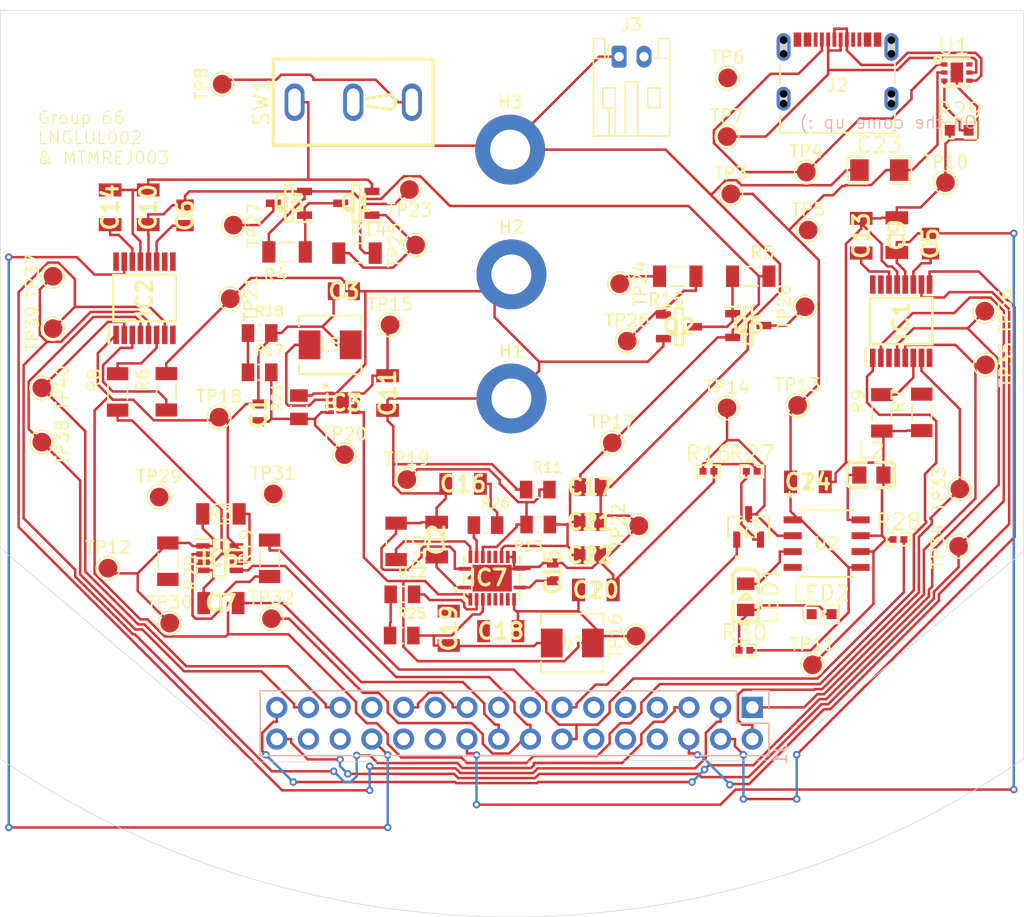
<source format=kicad_pcb>
(kicad_pcb (version 20241229) (generator "pcbnew") (generator_version "9.0")
  (layers (0 "F.Cu" signal) (2 "B.Cu" signal) (13 "F.Paste" user) (15 "B.Paste" user) (5 "F.SilkS" user "F.Silkscreen") (7 "B.SilkS" user "B.Silkscreen") (1 "F.Mask" user) (3 "B.Mask" user) (25 "Edge.Cuts" user))
  (net 0 "")
  (net 1 "/MOTOR2_A_OUT")
  (net 2 "/5V OUT")
  (net 3 "/MOTOR1_A_OUT")
  (net 4 "/MOTOR1_CTRL1")
  (net 5 "/MOTOR2_CTRL1")
  (net 6 "/MOTOR1_B_OUT")
  (net 7 "/MOTOR2_CTRL2")
  (net 8 "/MOTOR1_CTRL2")
  (net 9 "/MOTOR2_B_OUT")
  (net 10 "/MOTOR3_B_OUT")
  (net 11 "/MOTOR4_B_OUT")
  (net 12 "/MOTOR3_A_OUT")
  (net 13 "/MOTOR4_CTRL2")
  (net 14 "/MOTOR3_CTRL1")
  (net 15 "/MOTOR3_CTRL2")
  (net 16 "/MOTOR4_A_OUT")
  (net 17 "/MOTOR4_CTRL1")
  (net 18 "/BATTERY")
  (net 19 "/3V3 OUT")
  (net 20 "/I2C1_SDA")
  (net 21 "/I2C1_SCL")
  (net 22 "/PWR SWITCH OUT")
  (net 23 "/CTRL_EXT_LOAD2")
  (net 24 "/USART2_TX")
  (net 25 "/CTRL_EXT_LOAD1")
  (net 26 "/FAST_CHARGE_CTRL")
  (net 27 "/EXT_LOAD2_OUT")
  (net 28 "/USART2_RX")
  (net 29 "/EXT_LOAD1_OUT")
  (net 30 "/HV")
  (net 31 "Net-(IC1-BISEN)")
  (net 32 "Net-(IC1-VCP)")
  (net 33 "Net-(IC1-AISEN)")
  (net 34 "Net-(IC1-VINT)")
  (net 36 "Net-(IC2-AISEN)")
  (net 38 "Net-(IC2-VCP)")
  (net 39 "Net-(IC2-BISEN)")
  (net 40 "Net-(IC2-VINT)")
  (net 41 "Net-(IC3-SW)")
  (net 42 "Net-(IC3-FB)")
  (net 43 "Net-(IC5-VS)")
  (net 44 "/PWR SWITCH IN")
  (net 45 "GND")
  (net 47 "Net-(Q1-D)")
  (net 48 "Net-(Q1-G)")
  (net 49 "Net-(Q2-D)")
  (net 50 "Net-(Q2-G)")
  (net 51 "/LOAD1")
  (net 52 "/LOAD2")
  (net 53 "Net-(Q3-S)")
  (net 54 "/PROG")
  (net 55 "Net-(IC7-VCC)")
  (net 56 "Net-(IC7-SS)")
  (net 57 "Net-(C16-Pad2)")
  (net 58 "Net-(IC7-SW_1)")
  (net 59 "Net-(IC7-BOOT)")
  (net 60 "Net-(IC7-ILIM)")
  (net 61 "Net-(IC7-FB)")
  (net 62 "Net-(R12-Pad1)")
  (net 63 "Net-(IC7-FSW)")
  (net 64 "Net-(R17-Pad1)")
  (net 65 "Net-(IC7-COMP)")
  (net 71 "Net-(U2-LX)")
  (net 72 "Net-(LED1-K)")
  (net 73 "Net-(LED1-A)")
  (net 75 "Net-(U1-VSET)")
  (net 78 "/D-")
  (net 82 "/D+")
  (net 84 "/CC2")
  (net 85 "/CC1")
  (footprint "TestPoint:TestPoint_Pad_D1.5mm" (layer "F.Cu") (at 105.85 75.8 90)
    (property "Reference" "TP39")
    (property "Value" "TP VM4A OUT")
  )
  (footprint "CL31A106KBHNNNE KiCad:CAPC3216X180N" (layer "F.Cu") (at 132.65 80.96 90)
    (property "Reference" "C11")
    (property "Value" "10µ" (hide yes))
  )
  (footprint "TestPoint:TestPoint_Pad_D1.5mm" (layer "F.Cu") (at 120.05 73.4 -90)
    (property "Reference" "TP21")
    (property "Value" "TP GND 3V3")
  )
  (footprint "TestPoint:TestPoint_Pad_D1.5mm" (layer "F.Cu") (at 166.2 63.25)
    (property "Reference" "TP4")
    (property "Value" "TP CC1")
  )
  (footprint "CL31B225KBHNNNE KiCad:CAPC3216X180N" (layer "F.Cu") (at 170.6 68.35 90)
    (property "Reference" "C13")
    (property "Value" "2.2µ" (hide yes))
  )
  (footprint "TestPoint:TestPoint_Pad_D1.5mm" (layer "F.Cu") (at 105.85 71.6 90)
    (property "Reference" "TP37")
    (property "Value" "TP VM4B OUT")
  )
  (footprint "0805W8F1503T5E:RESC2012X65N" (layer "F.Cu") (at 125.55 82.1 90)
    (property "Reference" "R21")
    (property "Value" "150k")
  )
  (footprint "TestPoint:TestPoint_Pad_D1.5mm" (layer "F.Cu") (at 123.5 89.05)
    (property "Reference" "TP31")
    (property "Value" "TP SDA")
  )
  (footprint "TestPoint:TestPoint_Pad_D1.5mm" (layer "F.Cu") (at 134.9 69.1 90)
    (property "Reference" "TP25")
    (property "Value" "TP VGS 1")
  )
  (footprint "R0402:R0402" (layer "F.Cu") (at 158.3615 87.235)
    (property "Reference" "R16")
    (property "Value" "5k6")
  )
  (footprint "TestPoint:TestPoint_Pad_D1.5mm" (layer "F.Cu") (at 152.785 91.6 90)
    (property "Reference" "TP22")
    (property "Value" "TP GND 5V")
  )
  (footprint "TestPoint:TestPoint_Pad_D1.5mm" (layer "F.Cu") (at 119.4 56.2 90)
    (property "Reference" "TP8")
    (property "Value" "TP SWITCH OUT")
  )
  (footprint "TestPoint:TestPoint_Pad_D1.5mm" (layer "F.Cu") (at 178.4 93.25 90)
    (property "Reference" "TP34")
    (property "Value" "TP VM1A OUT")
  )
  (footprint "CL31B104KBCNNNC KiCad:CAPC3216X100N" (layer "F.Cu") (at 137.55 99.82 90)
    (property "Reference" "C19")
    (property "Value" "100n" (hide yes))
  )
  (footprint "TestPoint:TestPoint_Pad_D1.5mm" (layer "F.Cu") (at 134.4 64.65 180)
    (property "Reference" "TP23")
    (property "Value" "TP CRT 1")
  )
  (footprint "TPS61088RHLR KiCad:RHL_R-PVQFN-N20__1" (layer "F.Cu") (at 141.035 95.8)
    (property "Reference" "IC7")
    (property "Value" "TPS61088RHLR" (hide yes))
  )
  (footprint "CL31A106KBHNNNE KiCad:CAPC3216X180N" (layer "F.Cu") (at 166.3287 88.085)
    (property "Reference" "C24")
    (property "Value" "10u" (hide yes))
  )
  (footprint "TestPoint:TestPoint_Pad_D1.5mm" (layer "F.Cu") (at 119.15 82.9)
    (property "Reference" "TP18")
    (property "Value" "TP VOUT 3V3")
  )
  (footprint "1206W4F100KT5E:RESC3115X65N" (layer "F.Cu") (at 175.45 82.51 90)
    (property "Reference" "R7")
    (property "Value" "1")
  )
  (footprint "R0402:R0402" (layer "F.Cu") (at 161.8287 87.235)
    (property "Reference" "R27")
    (property "Value" "3k3")
  )
  (footprint "1206W4F400LT5E:RESC3115X65N" (layer "F.Cu") (at 172.25 82.55 90)
    (property "Reference" "R9")
    (property "Value" "400m")
  )
  (footprint "DRV8833PWPR KiCad:SOP65P640X120-16N" (layer "F.Cu") (at 173.8 75.2 90)
    (property "Reference" "IC1")
    (property "Value" "DRV8833PWPR" (hide yes))
  )
  (footprint "CL21A226MAQNNNE KiCad:CAPC2012X140N" (layer "F.Cu") (at 148.865 91.3)
    (property "Reference" "C21")
    (property "Value" "22µ" (hide yes))
  )
  (footprint "CL31B104KBCNNNC KiCad:CAPC3216X100N" (layer "F.Cu") (at 141.72 100.05)
    (property "Reference" "C18")
    (property "Value" "100n" (hide yes))
  )
  (footprint "CL21B103KBANNNC KiCad:CAPC2012X75N" (layer "F.Cu") (at 176.15 68.98 90)
    (property "Reference" "C5")
    (property "Value" "10n" (hide yes))
  )
  (footprint "IRLML6344TRPBF:IRLML6344TRPBF_INF" (layer "F.Cu") (at 161.5787 91.6929)
    (property "Reference" "Q3")
    (property "Value" "IRLML6344TRPBF")
  )
  (footprint "TestPoint:TestPoint_Pad_D1.5mm" (layer "F.Cu") (at 104.95 84.9 -90)
    (property "Reference" "TP38")
    (property "Value" "TP VM3B OUT")
  )
  (footprint "CL21A226MAQNNNE KiCad:CAPC2012X140N" (layer "F.Cu") (at 148.865 93.95)
    (property "Reference" "C22")
    (property "Value" "22µ" (hide yes))
  )
  (footprint "1206W4F4701T5E:RESC3115X65N" (layer "F.Cu") (at 119.3 90.65)
    (property "Reference" "R3")
    (property "Value" "4k7")
  )
  (footprint "CL31A106KBHNNNE KiCad:CAPC3216X180N" (layer "F.Cu") (at 149.335 96.75)
    (property "Reference" "C20")
    (property "Value" "10µ" (hide yes))
  )
  (footprint "CL31B225KBHNNNE KiCad:CAPC3216X180N" (layer "F.Cu") (at 136.585 92.71 -90)
    (property "Reference" "C2")
    (property "Value" "2.2µ" (hide yes))
  )
  (footprint "TestPoint:TestPoint_Pad_D1.5mm" (layer "F.Cu") (at 180.5 74.4 -90)
    (property "Reference" "TP36")
    (property "Value" "TP VM1B OUT")
  )
  (footprint "MountingHole:MountingHole_3.2mm_M3_DIN965_Pad" (layer "F.Cu") (at 142.575 71.45)
    (property "Reference" "H2")
    (property "Value" "MountingHole_3.2mm_M3_DIN965_Pad")
  )
  (footprint "1MS1T1B1M1QES-5:SW-TH_1MS1T1B1M1QES-5" (layer "F.Cu") (at 129.9 57.65 90)
    (property "Reference" "SW1")
    (property "Value" "1MS1T1B1M1QES-5")
  )
  (footprint "AO3401A KiCad:SOT95P280X125-3N" (layer "F.Cu") (at 161.55 75.55)
    (property "Reference" "Q6")
    (property "Value" "AO3401A" (hide yes))
  )
  (footprint "TestPoint:TestPoint_Pad_D1.5mm" (layer "F.Cu") (at 166.1 74.05 90)
    (property "Reference" "TP28")
    (property "Value" "TP LOAD 2")
  )
  (footprint "TestPoint:TestPoint_Pad_D1.5mm" (layer "F.Cu") (at 166.35 67.9)
    (property "Reference" "TP5")
    (property "Value" "TP CC2")
  )
  (footprint "SL6600 KiCad:SOP8_4X5P1-1P27_SOI" (layer "F.Cu") (at 167.8287 93.035)
    (property "Reference" "U2")
    (property "Value" "SLM6600")
  )
  (footprint "FXL0420-1R2-M KiCADv6:IND_FXL0420_CMT" (layer "F.Cu") (at 147.4542 101 180)
    (property "Reference" "L4")
    (property "Value" "1.2µ")
  )
  (footprint "TestPoint:TestPoint_Pad_D1.5mm" (layer "F.Cu") (at 129.2 85.9)
    (property "Reference" "TP20")
    (property "Value" "TP FB 3V3")
  )
  (footprint "CL31A106KBHNNNE KiCad:CAPC3216X180N" (layer "F.Cu") (at 113.475 66.072 90)
    (property "Reference" "C10")
    (property "Value" "10µ" (hide yes))
  )
  (footprint "TestPoint:TestPoint_Pad_D1.5mm" (layer "F.Cu") (at 159.9 55.7)
    (property "Reference" "TP6")
    (property "Value" "TP D+")
  )
  (footprint "TestPoint:TestPoint_Pad_D1.5mm" (layer "F.Cu") (at 115.2 99.4)
    (property "Reference" "TP30")
    (property "Value" "TP VSHUNT")
  )
  (footprint "CL31B105KBHNNNE:C1206" (layer "F.Cu") (at 172.05 63.09)
    (property "Reference" "C23")
    (property "Value" "1u")
  )
  (footprint "0805W8F2203T5E:RESC2012X65N" (layer "F.Cu") (at 133.835 97.1)
    (property "Reference" "R12")
    (property "Value" "220k")
  )
  (footprint "DRV8833PWPR KiCad:SOP65P640X120-16N" (layer "F.Cu") (at 113.175 73.362 90)
    (property "Reference" "IC2")
    (property "Value" "DRV8833PWPR" (hide yes))
  )
  (footprint "1206W4F100KT5E:RESC3115X65N" (layer "F.Cu") (at 114.925 80.862 90)
    (property "Reference" "R6")
    (property "Value" "1")
  )
  (footprint "Connector_JST:JST_PH_S2B-PH-K_1x02_P2.00mm_Horizontal" (layer "F.Cu") (at 151.2 54)
    (property "Reference" "J3")
    (property "Value" "Conn_01x02")
  )
  (footprint "1206W4F1004T5E:RESC3115X65N" (layer "F.Cu") (at 124.6 69.65 180)
    (property "Reference" "R4")
    (property "Value" "1M")
  )
  (footprint "TestPoint:TestPoint_Pad_D1.5mm" (layer "F.Cu") (at 110.25 95)
    (property "Reference" "TP12")
    (property "Value" "TP IBAT")
  )
  (footprint "TestPoint:TestPoint_Pad_D1.5mm" (layer "F.Cu") (at 123.35 99.05)
    (property "Reference" "TP32")
    (property "Value" "TP SDL")
  )
  (footprint "1206W4F1000T5E:RESC3115X65N" (layer "F.Cu") (at 155.9 71.6 180)
    (property "Reference" "R15")
    (property "Value" "100")
  )
  (footprint "CL31A106KBHNNNE KiCad:CAPC3216X180N" (layer "F.Cu") (at 173.45 68.3 90)
    (property "Reference" "C9")
    (property "Value" "10µ" (hide yes))
  )
  (footprint "R0402:R0402" (layer "F.Cu") (at 173.5828 92.7)
    (property "Reference" "R28")
    (property "Value" "1k")
  )
  (footprint "1206B102K202NT KiCad:CAPC3215X163N" (layer "F.Cu") (at 138.7 88.25)
    (property "Reference" "C16")
    (property "Value" "1n" (hide yes))
  )
  (footprint "1206W4F1004T5E:RESC3115X65N" (layer "F.Cu") (at 161.75 71.6)
    (property "Reference" "R5")
    (property "Value" "1M")
  )
  (footprint "0805W8F3302T5E:RESC2012X65N" (layer "F.Cu") (at 133.785 100.4)
    (property "Reference" "R25")
    (property "Value" "33k")
  )
  (footprint "TestPoint:TestPoint_Pad_D1.5mm" (layer "F.Cu") (at 114.35 89.3)
    (property "Reference" "TP29")
    (property "Value" "TP VSHUNT")
  )
  (footprint "TestPoint:TestPoint_Pad_D1.5mm" (layer "F.Cu") (at 151.85 76.8)
    (property "Reference" "TP26")
    (property "Value" "TP VGS 2")
  )
  (footprint "1206W4F1000T5E:RESC3115X65N" (layer "F.Cu") (at 130.2 69.75)
    (property "Reference" "R14")
    (property "Value" "100")
  )
  (footprint "TestPoint:TestPoint_Pad_D1.5mm" (layer "F.Cu") (at 151.25 72.2 -90)
    (property "Reference" "TP24")
    (property "Value" "TP CRT 2")
  )
  (footprint "AO3401A KiCad:SOT95P280X125-3N" (layer "F.Cu") (at 124.75 65.75 180)
    (property "Reference" "Q5")
    (property "Value" "AO3401A" (hide yes))
  )
  (footprint "TestPoint:TestPoint_Pad_D1.5mm" (layer "F.Cu") (at 159.85 82.15)
    (property "Reference" "TP14")
    (property "Value" "TP PROG")
  )
  (footprint "TestPoint:TestPoint_Pad_D1.5mm" (layer "F.Cu") (at 159.85 60.4)
    (property "Reference" "TP7")
    (property "Value" "TP D-")
  )
  (footprint "CL31B225KBHNNNE KiCad:CAPC3216X180N" (layer "F.Cu") (at 110.425 66.072 90)
    (property "Reference" "C14")
    (property "Value" "2.2µ" (hide yes))
  )
  (footprint "1206W4F4701T5E:RESC3115X65N" (layer "F.Cu") (at 115.05 94.44 -90)
    (property "Reference" "R20")
    (property "Value" "4k7")
  )
  (footprint "TestPoint:TestPoint_Pad_D1.5mm" (layer "F.Cu") (at 166.7 102.75)
    (property "Reference" "TP11")
    (property "Value" "TP VBAT")
  )
  (footprint "HUSB237-AA001-DN06R:TDFN-6_L2.0-W2.0-P0.65-TL-EP" (layer "F.Cu") (at 178.2629 55.2705)
    (property "Reference" "U1")
    (property "Value" "HUSB237-AA001-DN06R")
  )
  (footprint "TestPoint:TestPoint_Pad_D1.5mm" (layer "F.Cu") (at 152.55 100.45 90)
    (property "Reference" "TP16")
    (property "Value" "TP VIN 5V")
  )
  (footprint "1206W3F500MT5E:RESC3115X65N" (layer "F.Cu") (at 123.2 94.21 90)
    (property "Reference" "R19")
    (property "Value" "50m")
  )
  (footprint "TestPoint:TestPoint_Pad_D1.5mm" (layer "F.Cu") (at 150.65 84.95)
    (property "Reference" "TP17")
    (property "Value" "TP VOUT 5V")
  )
  (footprint "KT-0805G:LED0805-R-RD" (layer "F.Cu") (at 161.3427 97.3006 -90)
    (property "Reference" "LED1")
    (property "Value" "0805G (Green)")
  )
  (footprint "TestPoint:TestPoint_Pad_D1.5mm" (layer "F.Cu") (at 104.95 80.55 -90)
    (property "Reference" "TP40")
    (property "Value" "TP VM3A OUT")
  )
  (footprint "TestPoint:TestPoint_Pad_D1.5mm" (layer "F.Cu") (at 132.85 75.5)
    (property "Reference" "TP15")
    (property "Value" "TP VIN 3V3")
  )
  (footprint "MountingHole:MountingHole_3.2mm_M3_DIN965_Pad" (layer "F.Cu") (at 142.475 61.45)
    (property "Reference" "H3")
    (property "Value" "MountingHole_3.2mm_M3_DIN965_Pad")
  )
  (footprint "CL21B103KBANNNC KiCad:CAPC2012X75N" (layer "F.Cu") (at 116.425 66.722 90)
    (property "Reference" "C6")
    (property "Value" "10n" (hide yes))
  )
  (footprint "AO3400A KiCad:SOT95P280X125-3N" (layer "F.Cu") (at 156 75.65)
    (property "Reference" "Q2")
    (property "Value" "AO3400A" (hide yes))
  )
  (footprint "FHW0805UF2R2JST:L0805" (layer "F.Cu") (at 171.4125 87.535)
    (property "Reference" "L2")
    (property "Value" "2u2")
  )
  (footprint "MountingHole:MountingHole_3.2mm_M3_DIN965_Pad" (layer "F.Cu") (at 142.575 81.4)
    (property "Reference" "H1")
    (property "Value" "MountingHole_3.2mm_M3_DIN965_Pad")
  )
  (footprint "CL10B473KB8NNNC KiCad:CAPC1608X90N" (layer "F.Cu") (at 145.885 95.3 -90)
    (property "Reference" "C15")
    (property "Value" "47n" (hide yes))
  )
  (footprint "FXL0420-1R2-M KiCADv6:IND_FXL0420_CMT" (layer "F.Cu") (at 128.05 77.1)
    (property "Reference" "L5")
    (property "Value" "1.2µ")
  )
  (footprint "0805W8F4703T5E:RESC2012X65N" (layer "F.Cu") (at 122.4 76.15)
    (property "Reference" "R18")
    (property "Value" "470k")
  )
  (footprint "TestPoint:TestPoint_Pad_D1.5mm" (layer "F.Cu") (at 160.15 65)
    (property "Reference" "TP3")
    (property "Value" "TP VBUS IN")
  )
  (footprint "0805W8F4702T5E:RESC2012X65N" (layer "F.Cu") (at 144.685 88.7)
    (property "Reference" "R11")
    (property "Value" "47k")
  )
  (footprint "KT-0603R:LED0603-RD" (layer "F.Cu") (at 167.4292 98.6851)
    (property "Reference" "LED2")
    (property "Value" "KT-0603R")
  )
  (footprint "TestPoint:TestPoint_Pad_D1.5mm" (layer "F.Cu") (at 120.3 67.5 -90)
    (property "Reference" "TP27")
    (property "Value" "TP LOAD 1")
  )
  (footprint "1206W4F400LT5E:RESC3115X65N" (layer "F.Cu") (at 111.025 80.872 90)
    (property "Reference" "R8")
    (property "Value" "400m")
  )
  (footprint "CL21A226MAQNNNE KiCad:CAPC2012X140N" (layer "F.Cu") (at 148.905 88.5)
    (property "Reference" "C17")
    (property "Value" "22µ" (hide yes))
  )
  (footprint "CL21A226MAQNNNE KiCad:CAPC2012X140N" (layer "F.Cu") (at 129.15 72.8)
    (property "Reference" "C3")
    (property "Value" "22µ" (hide yes))
  )
  (footprint "TPS62067DSGR KiCad:SON50P200X200X80-9N" (layer "F.Cu") (at 129.05 81.75)
    (property "Reference" "IC3")
    (property "Value" "TPS62067DSGR" (hide yes))
  )
  (footprint "TestPoint:TestPoint_Pad_D1.5mm" (layer "F.Cu") (at 177.35 64.09)
    (property "Reference" "TP10")
    (property "Value" "TP USB GND")
  )
  (footprint "TestPoint:TestPoint_Pad_D1.5mm" (layer "F.Cu") (at 178.5 88.65 90)
    (property "Reference" "TP33")
    (property "Value" "TP VM2A OUT")
  )
  (footprint "AO3400A KiCad:SOT95P280X125-3N" (layer "F.Cu") (at 130.15 65.75 180)
    (property "Reference" "Q1")
    (property "Value" "AO3400A" (hide yes))
  )
  (footprint "0805W8F6802T5E:RESC2012X65N" (layer "F.Cu") (at 140.5 91.55)
    (property "Reference" "R26")
    (property "Value" "68k")
  )
  (footprint "TestPoint:TestPoint_Pad_D1.5mm" (layer "F.Cu") (at 165.5 81.95)
    (property "Reference" "TP13")
    (property "Value" "TP VCC-P")
  )
  (footprint "1206W4F1003T5E:RESC3115X65N" (layer "F.Cu") (at 133.335 92.85 -90)
    (property "Reference" "R10")
    (property "Value" "100k")
  )
  (footprint "TYPE-C16PIN KiCADv6:CONN16_C16PIN_SHN" (layer "F.Cu") (at 168.7 56.3)
    (property "Reference" "J2")
    (property "Value" "TYPE-C16PIN")
    (fp_line (start -4.320032 1.4644) (end -4.320032 0.677) (stroke (width 0.6096)) (layer "Edge.Cuts"))
    (fp_line (start -4.320002 -2.5332) (end -4.320002 -3.6254) (stroke (width 0.6096)) (layer "Edge.Cuts"))
    (fp_line (start 4.320002 -2.5332) (end 4.320002 -3.6254) (stroke (width 0.6096)) (layer "Edge.Cuts"))
    (fp_line (start 4.320032 1.4644) (end 4.320032 0.677) (stroke (width 0.6096)) (layer "Edge.Cuts"))
  )
  (footprint "0805W8F1503T5E:RESC2012X65N" (layer "F.Cu") (at 144.72 91.5 180)
    (property "Reference" "R13")
    (property "Value" "150k")
  )
  (footprint "INA219AIDCNR KiCad:SOP65P280X145-8N" (layer "F.Cu") (at 119.2 94.2)
    (property "Reference" "IC5")
    (property "Value" "INA219AIDCNR" (hide yes))
  )
  (footprint "R0402:R0402" (layer "F.Cu") (at 161.2459 101.585)
    (property "Reference" "R30")
    (property "Value" "1k")
  )
  (footprint "0603WAF7502T5E:R0603" (layer "F.Cu") (at 178.45 59.9)
    (property "Reference" "R29")
    (property "Value" "75k")
  )
  (footprint "TestPoint:TestPoint_Pad_D1.5mm" (layer "F.Cu") (at 134.2 87.9)
    (property "Reference" "TP19")
    (property "Value" "TP FB 5V")
  )
  (footprint "CL10C100JB8NNNC KiCad:CAPC1608X90N" (layer "F.Cu") (at 122.3 82.55 90)
    (property "Reference" "C1")
    (property "Value" "10p" (hide yes))
  )
  (footprint "0805W8F2203T5E:RESC2012X65N" (layer "F.Cu") (at 122.4 79.3)
    (property "Reference" "R17")
    (property "Value" "220k")
  )
  (footprint "TestPoint:TestPoint_Pad_D1.5mm" (layer "F.Cu") (at 180.55 78.7 -90)
    (property "Reference" "TP35")
    (property "Value" "TP VM2B OUT")
  )
  (footprint "CL31B104KBCNNNC KiCad:CAPC3216X100N" (layer "F.Cu") (at 119.3 97.8 180)
    (property "Reference" "C7")
    (property "Value" "100n" (hide yes))
  )
  (footprint "Connector_PinSocket_2.54mm:PinSocket_2x16_P2.54mm_Vertical" (layer "B.Cu") (at 161.875 106.16 90)
    (property "Reference" "J1")
    (property "Value" "Conn_02x16_Odd_Even")
  )
  (gr_line (start 183.625 50.3) (end 101.625 50.3) (stroke (width 0.05)) (layer "Edge.Cuts"))
  (gr_line (start 163.65 110.4) (end 121.85 110.55) (stroke (width 0.05)) (layer "Edge.Cuts"))
  (gr_arc (start 141.925131 122.95) (mid 120.833794 119.608411) (end 101.625 110.279265) (stroke (width 0.05)) (layer "Edge.Cuts"))
  (gr_arc (start 183.615343 110.285867) (mid 163.741889 119.816829) (end 141.925 122.95) (stroke (width 0.05)) (layer "Edge.Cuts"))
  (gr_line (start 183.625 110.279265) (end 183.625 50.3) (stroke (width 0.05)) (layer "Edge.Cuts"))
  (gr_line (start 121.85 110.55) (end 101.65 93.4) (stroke (width 0.05)) (layer "Edge.Cuts"))
  (gr_line (start 163.65 110.4) (end 183.629556 93.635162) (stroke (width 0.05)) (layer "Edge.Cuts"))
  (gr_line (start 101.625 50.3) (end 101.625 110.279264) (stroke (width 0.05)) (layer "Edge.Cuts"))
  (gr_text "Group 66\nLNGLUL002 \n& MTMREJ003" (at 104.55 62.7 0) (layer "F.SilkS") (effects (font (size 1 1) (thickness 0.1)) (justify left bottom)))
  (gr_text "On the come up :)" (at 179.95 59.85 0) (layer "B.SilkS") (effects (font (size 1 1) (thickness 0.1)) (justify left bottom mirror)))
  (segment (start 161.875 108.7) (end 161.875 107.5483) (width 0.2) (layer "F.Cu") (net 1))
  (segment (start 166.8889 104.6997) (end 167.4569 104.6997) (width 0.2) (layer "F.Cu") (net 1))
  (segment (start 161.0832 107.5483) (end 160.7195 107.1846) (width 0.2) (layer "F.Cu") (net 1))
  (segment (start 175.2192 92.4988) (end 176.2545 91.4635) (width 0.2) (layer "F.Cu") (net 1))
  (segment (start 176.1368 91.0132) (end 178.5 88.65) (width 0.2) (layer "F.Cu") (net 1))
  (segment (start 166.8422 104.7464) (end 166.8889 104.6997) (width 0.2) (layer "F.Cu") (net 1))
  (segment (start 161.875 107.5483) (end 161.0832 107.5483) (width 0.2) (layer "F.Cu") (net 1))
  (segment (start 160.7195 105.1587) (end 161.1318 104.7464) (width 0.2) (layer "F.Cu") (net 1))
  (segment (start 175.2192 96.9374) (end 175.2192 92.4988) (width 0.2) (layer "F.Cu") (net 1))
  (segment (start 167.4569 104.6997) (end 175.2192 96.9374) (width 0.2) (layer "F.Cu") (net 1))
  (segment (start 178.5 82.2522) (end 175.425 79.1772) (width 0.2) (layer "F.Cu") (net 1))
  (segment (start 161.1318 104.7464) (end 166.8422 104.7464) (width 0.2) (layer "F.Cu") (net 1))
  (segment (start 175.425 78.138) (end 175.425 79.1772) (width 0.2) (layer "F.Cu") (net 1))
  (segment (start 178.5 88.65) (end 178.5 82.2522) (width 0.2) (layer "F.Cu") (net 1))
  (segment (start 176.2545 91.4635) (end 176.2545 91.1309) (width 0.2) (layer "F.Cu") (net 1))
  (segment (start 176.2545 91.1309) (end 176.1368 91.0132) (width 0.2) (layer "F.Cu") (net 1))
  (segment (start 160.7195 107.1846) (end 160.7195 105.1587) (width 0.2) (layer "F.Cu") (net 1))
  (segment (start 159.8491 76.5) (end 159.1 76.5) (width 0.2) (layer "F.Cu") (net 2))
  (segment (start 123.14 68.1865) (end 125.9248 65.4017) (width 0.2) (layer "F.Cu") (net 2))
  (segment (start 142.0314 93.2182) (end 141.785 93.4646) (width 0.2) (layer "F.Cu") (net 2))
  (segment (start 176.15 68.16) (end 182.826 68.16) (width 0.2) (layer "F.Cu") (net 2))
  (segment (start 123.14 69.65) (end 123.14 68.1865) (width 0.2) (layer "F.Cu") (net 2))
  (segment (start 147.2733 93.95) (end 147.2733 93.4182) (width 0.2) (layer "F.Cu") (net 2))
  (segment (start 160.3 76.5) (end 160.2998 76.5) (width 0.2) (layer "F.Cu") (net 2))
  (segment (start 135.2769 63.5914) (end 137.6528 65.9673) (width 0.2) (layer "F.Cu") (net 2))
  (segment (start 139.015 108.7) (end 139.015 109.8517) (width 0.2) (layer "F.Cu") (net 2))
  (segment (start 150.65 84.95) (end 148.1167 87.4833) (width 0.2) (layer "F.Cu") (net 2))
  (segment (start 113.475 66.6353) (end 114.695 66.6353) (width 0.2) (layer "F.Cu") (net 2))
  (segment (start 173.45 68.8633) (end 174.45 68.8633) (width 0.2) (layer "F.Cu") (net 2))
  (segment (start 162.3978 73.834) (end 160.2998 75.932) (width 0.2) (layer "F.Cu") (net 2))
  (segment (start 162.3978 71.6) (end 162.3978 73.834) (width 0.2) (layer "F.Cu") (net 2))
  (segment (start 176.005 68.16) (end 175.1533 68.16) (width 0.2) (layer "F.Cu") (net 2))
  (segment (start 116.7703 64.8) (end 116.425 65.1453) (width 0.2) (layer "F.Cu") (net 2))
  (segment (start 147.0733 93.2182) (end 142.0314 93.2182) (width 0.2) (layer "F.Cu") (net 2))
  (segment (start 173.45 70.5167) (end 174.125 71.1917) (width 0.2) (layer "F.Cu") (net 2))
  (segment (start 148.045 93.95) (end 147.2733 93.95) (width 0.2) (layer "F.Cu") (net 2))
  (segment (start 132.1344 65.4017) (end 133.9447 63.5914) (width 0.2) (layer "F.Cu") (net 2))
  (segment (start 130.4207 65.4017) (end 132.1344 65.4017) (width 0.2) (layer "F.Cu") (net 2))
  (segment (start 159.3238 113.9588) (end 139.7776 113.9588) (width 0.2) (layer "F.Cu") (net 2))
  (segment (start 113.475 67.462) (end 113.475 66.6353) (width 0.2) (layer "F.Cu") (net 2))
  (segment (start 126 64.8) (end 126 65.4017) (width 0.2) (layer "F.Cu") (net 2))
  (segment (start 147.0733 91.5) (end 147.2733 91.3) (width 0.2) (layer "F.Cu") (net 2))
  (segment (start 148.085 88.5) (end 148.085 87.4833) (width 0.2) (layer "F.Cu") (net 2))
  (segment (start 145.655 91.5) (end 147.0733 91.5) (width 0.2) (layer "F.Cu") (net 2))
  (segment (start 147.0733 93.2182) (end 147.0733 91.5) (width 0.2) (layer "F.Cu") (net 2))
  (segment (start 182.826 112.7464) (end 160.5362 112.7464) (width 0.2) (layer "F.Cu") (net 2))
  (segment (start 160.2998 76.5) (end 159.8491 76.5) (width 0.2) (layer "F.Cu") (net 2))
  (segment (start 141.785 93.4646) (end 141.785 94.1) (width 0.2) (layer "F.Cu") (net 2))
  (segment (start 147.2733 93.4182) (end 147.0733 93.2182) (width 0.2) (layer "F.Cu") (net 2))
  (segment (start 174.125 71.1917) (end 174.125 72.262) (width 0.2) (layer "F.Cu") (net 2))
  (segment (start 174.45 68.8633) (end 175.1533 68.16) (width 0.2) (layer "F.Cu") (net 2))
  (segment (start 159.1 76.5) (end 150.65 84.95) (width 0.2) (layer "F.Cu") (net 2))
  (segment (start 148.085 88.5) (end 147.3133 88.5) (width 0.2) (layer "F.Cu") (net 2))
  (segment (start 160.2998 75.932) (end 160.2998 76.5) (width 0.2) (layer "F.Cu") (net 2))
  (segment (start 148.045 91.3) (end 147.2733 91.3) (width 0.2) (layer "F.Cu") (net 2))
  (segment (start 148.1167 87.4833) (end 148.085 87.4833) (width 0.2) (layer "F.Cu") (net 2))
  (segment (start 133.9447 63.5914) (end 135.2769 63.5914) (width 0.2) (layer "F.Cu") (net 2))
  (segment (start 147.2733 88.54) (end 147.3133 88.5) (width 0.2) (layer "F.Cu") (net 2))
  (segment (start 116.425 65.902) (end 115.4283 65.902) (width 0.2) (layer "F.Cu") (net 2))
  (segment (start 156.7651 65.9673) (end 162.3978 71.6) (width 0.2) (layer "F.Cu") (net 2))
  (segment (start 113.475 68.2887) (end 113.5 68.3137) (width 0.2) (layer "F.Cu") (net 2))
  (segment (start 139.6509 109.8517) (end 139.7776 109.9784) (width 0.2) (layer "F.Cu") (net 2))
  (segment (start 147.2733 91.3) (end 147.2733 88.54) (width 0.2) (layer "F.Cu") (net 2))
  (segment (start 126 64.8) (end 129.819 64.8) (width 0.2) (layer "F.Cu") (net 2))
  (segment (start 116.425 65.902) (end 116.425 65.1453) (width 0.2) (layer "F.Cu") (net 2))
  (segment (start 137.6528 65.9673) (end 156.7651 65.9673) (width 0.2) (layer "F.Cu") (net 2))
  (segment (start 114.695 66.6353) (end 115.4283 65.902) (width 0.2) (layer "F.Cu") (net 2))
  (segment (start 176.005 68.16) (end 176.15 68.16) (width 0.2) (layer "F.Cu") (net 2))
  (segment (start 173.45 69.69) (end 173.45 68.8633) (width 0.2) (layer "F.Cu") (net 2))
  (segment (start 163.21 71.6) (end 162.3978 71.6) (width 0.2) (layer "F.Cu") (net 2))
  (segment (start 113.5 68.3137) (end 113.5 70.424) (width 0.2) (layer "F.Cu") (net 2))
  (segment (start 113.475 67.462) (end 113.475 68.2887) (width 0.2) (layer "F.Cu") (net 2))
  (segment (start 125.9248 65.4017) (end 126 65.4017) (width 0.2) (layer "F.Cu") (net 2))
  (segment (start 126 64.8) (end 116.7703 64.8) (width 0.2) (layer "F.Cu") (net 2))
  (segment (start 139.015 109.8517) (end 139.6509 109.8517) (width 0.2) (layer "F.Cu") (net 2))
  (segment (start 160.5362 112.7464) (end 159.3238 113.9588) (width 0.2) (layer "F.Cu") (net 2))
  (segment (start 173.45 69.69) (end 173.45 70.5167) (width 0.2) (layer "F.Cu") (net 2))
  (segment (start 129.819 64.8) (end 130.4207 65.4017) (width 0.2) (layer "F.Cu") (net 2))
  (via (at 182.826 68.16) (size 0.6) (drill 0.3) (layers "F.Cu" "B.Cu") (net 2))
  (via (at 182.826 112.7464) (size 0.6) (drill 0.3) (layers "F.Cu" "B.Cu") (net 2))
  (via (at 139.7776 109.9784) (size 0.6) (drill 0.3) (layers "F.Cu" "B.Cu") (net 2))
  (via (at 139.7776 113.9588) (size 0.6) (drill 0.3) (layers "F.Cu" "B.Cu") (net 2))
  (segment (start 139.7776 109.9784) (end 139.7776 113.9588) (width 0.2) (layer "B.Cu") (net 2))
  (segment (start 182.826 112.7464) (end 182.826 68.16) (width 0.2) (layer "B.Cu") (net 2))
  (segment (start 123.775 108.7) (end 124.9267 108.7) (width 0.2) (layer "F.Cu") (net 3))
  (segment (start 182.0206 89.6294) (end 182.0206 74.3744) (width 0.2) (layer "F.Cu") (net 3))
  (segment (start 178.4 94.9246) (end 178.4 93.25) (width 0.2) (layer "F.Cu") (net 3))
  (segment (start 178.4 93.25) (end 182.0206 89.6294) (width 0.2) (layer "F.Cu") (net 3))
  (segment (start 157.7952 111.7475) (end 161.5771 111.7475) (width 0.2) (layer "F.Cu") (net 3))
  (segment (start 137.9796 111.4927) (end 138.3159 111.829) (width 0.2) (layer "F.Cu") (net 3))
  (segment (start 172.175 78.138) (end 172.175 77.0988) (width 0.2) (layer "F.Cu") (net 3))
  (segment (start 167.9558 105.9048) (end 176.4243 97.4363) (width 0.2) (layer "F.Cu") (net 3))
  (segment (start 144.471 111.829) (end 144.8073 111.4927) (width 0.2) (layer "F.Cu") (net 3))
  (segment (start 138.3159 111.829) (end 144.471 111.829) (width 0.2) (layer "F.Cu") (net 3))
  (segment (start 161.5771 111.7475) (end 167.4198 105.9048) (width 0.2) (layer "F.Cu") (net 3))
  (segment (start 176.4243 97.4363) (end 176.4243 96.9003) (width 0.2) (layer "F.Cu") (net 3))
  (segment (start 157.5404 111.4927) (end 157.7952 111.7475) (width 0.2) (layer "F.Cu") (net 3))
  (segment (start 178.0496 74.5518) (end 174.722 74.5518) (width 0.2) (layer "F.Cu") (net 3))
  (segment (start 176.4243 96.9003) (end 178.4 94.9246) (width 0.2) (layer "F.Cu") (net 3))
  (segment (start 126.2719 110.331) (end 124.9267 108.9858) (width 0.2) (layer "F.Cu") (net 3))
  (segment (start 182.0206 74.3744) (end 180.9556 73.3094) (width 0.2) (layer "F.Cu") (net 3))
  (segment (start 144.8073 111.4927) (end 157.5404 111.4927) (width 0.2) (layer "F.Cu") (net 3))
  (segment (start 180.9556 73.3094) (end 179.292 73.3094) (width 0.2) (layer "F.Cu") (net 3))
  (segment (start 129.4643 111.4927) (end 137.9796 111.4927) (width 0.2) (layer "F.Cu") (net 3))
  (segment (start 124.9267 108.9858) (end 124.9267 108.7) (width 0.2) (layer "F.Cu") (net 3))
  (segment (start 128.8462 110.331) (end 126.2719 110.331) (width 0.2) (layer "F.Cu") (net 3))
  (segment (start 167.4198 105.9048) (end 167.9558 105.9048) (width 0.2) (layer "F.Cu") (net 3))
  (segment (start 179.292 73.3094) (end 178.0496 74.5518) (width 0.2) (layer "F.Cu") (net 3))
  (segment (start 174.722 74.5518) (end 172.175 77.0988) (width 0.2) (layer "F.Cu") (net 3))
  (via (at 128.8462 110.331) (size 0.6) (drill 0.3) (layers "F.Cu" "B.Cu") (net 3))
  (via (at 129.4643 111.4927) (size 0.6) (drill 0.3) (layers "F.Cu" "B.Cu") (net 3))
  (segment (start 128.8462 110.8746) (end 129.4643 111.4927) (width 0.2) (layer "B.Cu") (net 3))
  (segment (start 128.8462 110.331) (end 128.8462 110.8746) (width 0.2) (layer "B.Cu") (net 3))
  (segment (start 182.8932 74.0982) (end 182.8932 92.4909) (width 0.2) (layer "F.Cu") (net 5))
  (segment (start 159.335 108.7) (end 160.4867 108.7) (width 0.2) (layer "F.Cu") (net 5))
  (segment (start 176.075 72.262) (end 176.075 71.2228) (width 0.2) (layer "F.Cu") (net 5))
  (segment (start 161.1621 113.5087) (end 165.4316 113.5087) (width 0.2) (layer "F.Cu") (net 5))
  (segment (start 182.8932 92.4909) (end 165.4316 109.9525) (width 0.2) (layer "F.Cu") (net 5))
  (segment (start 160.4867 109.2775) (end 161.1621 109.9529) (width 0.2) (layer "F.Cu") (net 5))
  (segment (start 180.0178 71.2228) (end 182.8932 74.0982) (width 0.2) (layer "F.Cu") (net 5))
  (segment (start 160.4867 108.7) (end 160.4867 109.2775) (width 0.2) (layer "F.Cu") (net 5))
  (segment (start 176.075 71.2228) (end 180.0178 71.2228) (width 0.2) (layer "F.Cu") (net 5))
  (via (at 161.1621 113.5087) (size 0.6) (drill 0.3) (layers "F.Cu" "B.Cu") (net 5))
  (via (at 161.1621 109.9529) (size 0.6) (drill 0.3) (layers "F.Cu" "B.Cu") (net 5))
  (via (at 165.4316 109.9525) (size 0.6) (drill 0.3) (layers "F.Cu" "B.Cu") (net 5))
  (via (at 165.4316 113.5087) (size 0.6) (drill 0.3) (layers "F.Cu" "B.Cu") (net 5))
  (segment (start 161.1621 109.9529) (end 161.1621 113.5087) (width 0.2) (layer "B.Cu") (net 5))
  (segment (start 165.4316 113.5087) (end 165.4316 109.9525) (width 0.2) (layer "B.Cu") (net 5))
  (segment (start 176.2875 96.4691) (end 176.2875 93.636) (width 0.2) (layer "F.Cu") (net 6))
  (segment (start 144.7222 112.1458) (end 157.0443 112.1458) (width 0.2) (layer "F.Cu") (net 6))
  (segment (start 173.475 77.6184) (end 173.475 78.138) (width 0.2) (layer "F.Cu") (net 6))
  (segment (start 181.6189 78.2665) (end 179.1262 75.7738) (width 0.2) (layer "F.Cu") (net 6))
  (segment (start 123.775 106.16) (end 123.775 107.3117) (width 0.2) (layer "F.Cu") (net 6))
  (segment (start 158.0443 111.1458) (end 158.3898 110.8003) (width 0.2) (layer "F.Cu") (net 6))
  (segment (start 176.2875 93.636) (end 181.6189 88.3046) (width 0.2) (layer "F.Cu") (net 6))
  (segment (start 174.8 75.7738) (end 179.1262 75.7738) (width 0.2) (layer "F.Cu") (net 6))
  (segment (start 122.6114 109.6649) (end 122.6114 108.2069) (width 0.2) (layer "F.Cu") (net 6))
  (segment (start 179.1262 75.7738) (end 180.5 74.4) (width 0.2) (layer "F.Cu") (net 6))
  (segment (start 122.6114 108.2069) (end 123.5066 107.3117) (width 0.2) (layer "F.Cu") (net 6))
  (segment (start 125.0923 112.1458) (end 138.0647 112.1458) (width 0.2) (layer "F.Cu") (net 6))
  (segment (start 123.5066 107.3117) (end 123.775 107.3117) (width 0.2) (layer "F.Cu") (net 6))
  (segment (start 122.9097 109.9632) (end 122.6114 109.6649) (width 0.2) (layer "F.Cu") (net 6))
  (segment (start 173.475 77.1003) (end 173.475 77.0988) (width 0.2) (layer "F.Cu") (net 6))
  (segment (start 173.475 77.1996) (end 173.475 77.1003) (width 0.2) (layer "F.Cu") (net 6))
  (segment (start 176.0226 97.27) (end 176.0226 96.734) (width 0.2) (layer "F.Cu") (net 6))
  (segment (start 167.7895 105.5031) (end 176.0226 97.27) (width 0.2) (layer "F.Cu") (net 6))
  (segment (start 173.475 77.0988) (end 174.8 75.7738) (width 0.2) (layer "F.Cu") (net 6))
  (segment (start 176.0226 96.734) (end 176.2875 96.4691) (width 0.2) (layer "F.Cu") (net 6))
  (segment (start 144.6373 112.2307) (end 144.7222 112.1458) (width 0.2) (layer "F.Cu") (net 6))
  (segment (start 181.6189 88.3046) (end 181.6189 78.2665) (width 0.2) (layer "F.Cu") (net 6))
  (segment (start 158.3898 110.8003) (end 161.9563 110.8003) (width 0.2) (layer "F.Cu") (net 6))
  (segment (start 138.0647 112.1458) (end 138.1496 112.2307) (width 0.2) (layer "F.Cu") (net 6))
  (segment (start 173.475 77.6184) (end 173.475 77.1996) (width 0.2) (layer "F.Cu") (net 6))
  (segment (start 161.9563 110.8003) (end 167.2535 105.5031) (width 0.2) (layer "F.Cu") (net 6))
  (segment (start 138.1496 112.2307) (end 144.6373 112.2307) (width 0.2) (layer "F.Cu") (net 6))
  (segment (start 167.2535 105.5031) (end 167.7895 105.5031) (width 0.2) (layer "F.Cu") (net 6))
  (via (at 125.0923 112.1458) (size 0.6) (drill 0.3) (layers "F.Cu" "B.Cu") (net 6))
  (via (at 157.0443 112.1458) (size 0.6) (drill 0.3) (layers "F.Cu" "B.Cu") (net 6))
  (via (at 122.9097 109.9632) (size 0.6) (drill 0.3) (layers "F.Cu" "B.Cu") (net 6))
  (via (at 158.0443 111.1458) (size 0.6) (drill 0.3) (layers "F.Cu" "B.Cu") (net 6))
  (segment (start 125.0923 112.1458) (end 122.9097 109.9632) (width 0.2) (layer "B.Cu") (net 6))
  (segment (start 158.0443 111.1458) (end 157.0443 112.1458) (width 0.2) (layer "B.Cu") (net 6))
  (segment (start 177.6648 72.8765) (end 177.2401 73.3012) (width 0.2) (layer "F.Cu") (net 7))
  (segment (start 156.795 108.7) (end 156.795 109.8517) (width 0.2) (layer "F.Cu") (net 7))
  (segment (start 156.795 109.8517) (end 157.3698 109.8517) (width 0.2) (layer "F.Cu") (net 7))
  (segment (start 182.4513 91.4649) (end 182.4513 74.2369) (width 0.2) (layer "F.Cu") (net 7))
  (segment (start 175.425 72.262) (end 175.425 73.3012) (width 0.2) (layer "F.Cu") (net 7))
  (segment (start 177.2401 73.3012) (end 175.425 73.3012) (width 0.2) (layer "F.Cu") (net 7))
  (segment (start 157.3698 109.8517) (end 157.4807 109.9626) (width 0.2) (layer "F.Cu") (net 7))
  (segment (start 168.1221 106.3065) (end 176.826 97.6026) (width 0.2) (layer "F.Cu") (net 7))
  (segment (start 160.0717 112.36) (end 160.1281 112.3036) (width 0.2) (layer "F.Cu") (net 7))
  (segment (start 167.6097 106.3065) (end 168.1221 106.3065) (width 0.2) (layer "F.Cu") (net 7))
  (segment (start 182.4513 74.2369) (end 181.0909 72.8765) (width 0.2) (layer "F.Cu") (net 7))
  (segment (start 181.0909 72.8765) (end 177.6648 72.8765) (width 0.2) (layer "F.Cu") (net 7))
  (segment (start 161.6126 112.3036) (end 167.6097 106.3065) (width 0.2) (layer "F.Cu") (net 7))
  (segment (start 176.826 97.6026) (end 176.826 97.0902) (width 0.2) (layer "F.Cu") (net 7))
  (segment (start 160.1281 112.3036) (end 161.6126 112.3036) (width 0.2) (layer "F.Cu") (net 7))
  (segment (start 176.826 97.0902) (end 182.4513 91.4649) (width 0.2) (layer "F.Cu") (net 7))
  (via (at 160.0717 112.36) (size 0.6) (drill 0.3) (layers "F.Cu" "B.Cu") (net 7))
  (via (at 157.4807 109.9626) (size 0.6) (drill 0.3) (layers "F.Cu" "B.Cu") (net 7))
  (segment (start 157.712 109.9626) (end 160.0717 112.3223) (width 0.2) (layer "B.Cu") (net 7))
  (segment (start 160.0717 112.3223) (end 160.0717 112.36) (width 0.2) (layer "B.Cu") (net 7))
  (segment (start 157.4807 109.9626) (end 157.712 109.9626) (width 0.2) (layer "B.Cu") (net 7))
  (segment (start 174.125 77.7192) (end 174.125 77.0988) (width 0.2) (layer "F.Cu") (net 9))
  (segment (start 179.7494 78.7) (end 180.55 78.7) (width 0.2) (layer "F.Cu") (net 9))
  (segment (start 175.6209 97.1037) (end 175.6209 93.5346) (width 0.2) (layer "F.Cu") (net 9))
  (segment (start 174.125 77.7192) (end 174.125 78.138) (width 0.2) (layer "F.Cu") (net 9))
  (segment (start 174.125 77.0988) (end 178.1482 77.0988) (width 0.2) (layer "F.Cu") (net 9))
  (segment (start 161.875 106.16) (end 163.0267 106.16) (width 0.2) (layer "F.Cu") (net 9))
  (segment (start 167.6232 105.1014) (end 175.6209 97.1037) (width 0.2) (layer "F.Cu") (net 9))
  (segment (start 163.0267 106.16) (end 166.0266 106.16) (width 0.2) (layer "F.Cu") (net 9))
  (segment (start 175.6209 93.5346) (end 179.7494 89.4061) (width 0.2) (layer "F.Cu") (net 9))
  (segment (start 166.0266 106.16) (end 167.0852 105.1014) (width 0.2) (layer "F.Cu") (net 9))
  (segment (start 179.7494 89.4061) (end 179.7494 78.7) (width 0.2) (layer "F.Cu") (net 9))
  (segment (start 178.1482 77.0988) (end 179.7494 78.7) (width 0.2) (layer "F.Cu") (net 9))
  (segment (start 167.0852 105.1014) (end 167.6232 105.1014) (width 0.2) (layer "F.Cu") (net 9))
  (segment (start 104.95 84.9) (end 103.8976 83.8476) (width 0.2) (layer "F.Cu") (net 10))
  (segment (start 125.1633 105.8943) (end 125.1633 106.16) (width 0.2) (layer "F.Cu") (net 10))
  (segment (start 104.95 84.9) (end 108.0276 87.9776) (width 0.2) (layer "F.Cu") (net 10))
  (segment (start 103.8976 83.8476) (end 103.8976 80.044) (width 0.2) (layer "F.Cu") (net 10))
  (segment (start 109.0825 74.8591) (end 112.4483 74.8591) (width 0.2) (layer "F.Cu") (net 10))
  (segment (start 112.4363 99.9122) (end 112.9928 99.9122) (width 0.2) (layer "F.Cu") (net 10))
  (segment (start 108.0276 87.9776) (end 108.0276 95.5035) (width 0.2) (layer "F.Cu") (net 10))
  (segment (start 126.315 106.16) (end 125.1633 106.16) (width 0.2) (layer "F.Cu") (net 10))
  (segment (start 122.5352 103.2662) (end 125.1633 105.8943) (width 0.2) (layer "F.Cu") (net 10))
  (segment (start 103.8976 80.044) (end 109.0825 74.8591) (width 0.2) (layer "F.Cu") (net 10))
  (segment (start 116.3468 103.2662) (end 122.5352 103.2662) (width 0.2) (layer "F.Cu") (net 10))
  (segment (start 112.9928 99.9122) (end 116.3468 103.2662) (width 0.2) (layer "F.Cu") (net 10))
  (segment (start 112.4483 74.8591) (end 112.85 75.2608) (width 0.2) (layer "F.Cu") (net 10))
  (segment (start 108.0276 95.5035) (end 112.4363 99.9122) (width 0.2) (layer "F.Cu") (net 10))
  (segment (start 112.85 76.3) (end 112.85 75.2608) (width 0.2) (layer "F.Cu") (net 10))
  (segment (start 156.795 106.16) (end 155.6433 106.16) (width 0.2) (layer "F.Cu") (net 11))
  (segment (start 130.1772 110.0111) (end 131.2404 110.0111) (width 0.2) (layer "F.Cu") (net 11))
  (segment (start 113.5 76.3) (end 113.5 75.2608) (width 0.2) (layer "F.Cu") (net 11))
  (segment (start 144.3738 110.6239) (end 151.4436 110.6239) (width 0.2) (layer "F.Cu") (net 11))
  (segment (start 155.6433 106.448) (end 155.6433 106.16) (width 0.2) (layer "F.Cu") (net 11))
  (segment (start 104.7919 72.6581) (end 105.85 71.6) (width 0.2) (layer "F.Cu") (net 11))
  (segment (start 131.8532 110.6239) (end 138.2468 110.6239) (width 0.2) (layer "F.Cu") (net 11))
  (segment (start 138.2468 110.6239) (end 138.6485 111.0256) (width 0.2) (layer "F.Cu") (net 11))
  (segment (start 105.3561 76.8575) (end 103.492 78.7216) (width 0.2) (layer "F.Cu") (net 11))
  (segment (start 152.985 108.3059) (end 153.9792 107.3117) (width 0.2) (layer "F.Cu") (net 11))
  (segment (start 104.7919 76.2933) (end 104.7919 72.6581) (width 0.2) (layer "F.Cu") (net 11))
  (segment (start 138.6485 111.0256) (end 144.1384 111.0256) (width 0.2) (layer "F.Cu") (net 11))
  (segment (start 112.27 100.3139) (end 112.4096 100.3139) (width 0.2) (layer "F.Cu") (net 11))
  (segment (start 151.4436 110.6239) (end 152.985 109.0825) (width 0.2) (layer "F.Cu") (net 11))
  (segment (start 144.3738 110.7902) (end 144.3738 110.6239) (width 0.2) (layer "F.Cu") (net 11))
  (segment (start 153.9792 107.3117) (end 154.7796 107.3117) (width 0.2) (layer "F.Cu") (net 11))
  (segment (start 107.6259 95.1295) (end 107.6259 95.6698) (width 0.2) (layer "F.Cu") (net 11))
  (segment (start 108.8727 74.4574) (end 106.4726 76.8575) (width 0.2) (layer "F.Cu") (net 11))
  (segment (start 107.6259 95.6698) (end 112.27 100.3139) (width 0.2) (layer "F.Cu") (net 11))
  (segment (start 105.3561 76.8575) (end 104.7919 76.2933) (width 0.2) (layer "F.Cu") (net 11))
  (segment (start 103.492 90.9956) (end 107.6259 95.1295) (width 0.2) (layer "F.Cu") (net 11))
  (segment (start 123.3778 111.2821) (end 128.3371 111.2821) (width 0.2) (layer "F.Cu") (net 11))
  (segment (start 113.5 75.2608) (end 112.6966 74.4574) (width 0.2) (layer "F.Cu") (net 11))
  (segment (start 112.4096 100.3139) (end 123.3778 111.2821) (width 0.2) (layer "F.Cu") (net 11))
  (segment (start 106.4726 76.8575) (end 105.3561 76.8575) (width 0.2) (layer "F.Cu") (net 11))
  (segment (start 131.2404 110.0111) (end 131.8532 110.6239) (width 0.2) (layer "F.Cu") (net 11))
  (segment (start 152.985 109.0825) (end 152.985 108.3059) (width 0.2) (layer "F.Cu") (net 11))
  (segment (start 144.1384 111.0256) (end 144.3738 110.7902) (width 0.2) (layer "F.Cu") (net 11))
  (segment (start 112.6966 74.4574) (end 108.8727 74.4574) (width 0.2) (layer "F.Cu") (net 11))
  (segment (start 103.492 78.7216) (end 103.492 90.9956) (width 0.2) (layer "F.Cu") (net 11))
  (segment (start 154.7796 107.3117) (end 155.6433 106.448) (width 0.2) (layer "F.Cu") (net 11))
  (via (at 128.3371 111.2821) (size 0.6) (drill 0.3) (layers "F.Cu" "B.Cu") (net 11))
  (via (at 130.1772 110.0111) (size 0.6) (drill 0.3) (layers "F.Cu" "B.Cu") (net 11))
  (segment (start 130.1772 110.0111) (end 130.1772 111.6791) (width 0.2) (layer "B.Cu") (net 11))
  (segment (start 129.7055 112.1508) (end 129.2058 112.1508) (width 0.2) (layer "B.Cu") (net 11))
  (segment (start 130.1772 111.6791) (end 129.7055 112.1508) (width 0.2) (layer "B.Cu") (net 11))
  (segment (start 129.2058 112.1508) (end 128.3371 111.2821) (width 0.2) (layer "B.Cu") (net 11))
  (segment (start 104.95 80.55) (end 108.4293 84.0293) (width 0.2) (layer "F.Cu") (net 12))
  (segment (start 113.1705 99.5105) (end 116.5245 102.8645) (width 0.2) (layer "F.Cu") (net 12))
  (segment (start 127.7033 105.9174) (end 127.7033 106.16) (width 0.2) (layer "F.Cu") (net 12))
  (segment (start 124.6504 102.8645) (end 127.7033 105.9174) (width 0.2) (layer "F.Cu") (net 12))
  (segment (start 108.4293 95.2662) (end 112.6736 99.5105) (width 0.2) (layer "F.Cu") (net 12))
  (segment (start 116.5245 102.8645) (end 124.6504 102.8645) (width 0.2) (layer "F.Cu") (net 12))
  (segment (start 108.4293 84.0293) (end 108.4293 95.2662) (width 0.2) (layer "F.Cu") (net 12))
  (segment (start 112.6736 99.5105) (end 113.1705 99.5105) (width 0.2) (layer "F.Cu") (net 12))
  (segment (start 110.2392 75.2608) (end 111.55 75.2608) (width 0.2) (layer "F.Cu") (net 12))
  (segment (start 104.95 80.55) (end 110.2392 75.2608) (width 0.2) (layer "F.Cu") (net 12))
  (segment (start 128.855 106.16) (end 127.7033 106.16) (width 0.2) (layer "F.Cu") (net 12))
  (segment (start 111.55 76.3) (end 111.55 75.2608) (width 0.2) (layer "F.Cu") (net 12))
  (segment (start 109.1581 71.4632) (end 107.7663 70.0714) (width 0.2) (layer "F.Cu") (net 15))
  (segment (start 107.7663 70.0714) (end 102.305 70.0714) (width 0.2) (layer "F.Cu") (net 15))
  (segment (start 111.55 70.424) (end 111.55 71.4632) (width 0.2) (layer "F.Cu") (net 15))
  (segment (start 132.6658 109.9708) (end 131.395 108.7) (width 0.2) (layer "F.Cu") (net 15))
  (segment (start 111.55 71.4632) (end 109.1581 71.4632) (width 0.2) (layer "F.Cu") (net 15))
  (segment (start 132.6658 115.7875) (end 102.305 115.7875) (width 0.2) (layer "F.Cu") (net 15))
  (via (at 132.6658 109.9708) (size 0.6) (drill 0.3) (layers "F.Cu" "B.Cu") (net 15))
  (via (at 132.6658 115.7875) (size 0.6) (drill 0.3) (layers "F.Cu" "B.Cu") (net 15))
  (via (at 102.305 115.7875) (size 0.6) (drill 0.3) (layers "F.Cu" "B.Cu") (net 15))
  (via (at 102.305 70.0714) (size 0.6) (drill 0.3) (layers "F.Cu" "B.Cu") (net 15))
  (segment (start 102.305 115.7875) (end 102.305 70.0714) (width 0.2) (layer "B.Cu") (net 15))
  (segment (start 132.6658 109.9708) (end 132.6658 115.7875) (width 0.2) (layer "B.Cu") (net 15))
  (segment (start 159.0471 107.3117) (end 159.335 107.3117) (width 0.2) (layer "F.Cu") (net 16))
  (segment (start 105.4511 70.5052) (end 103.0903 72.866) (width 0.2) (layer "F.Cu") (net 16))
  (segment (start 144.3047 111.4273) (end 144.6844 111.0476) (width 0.2) (layer "F.Cu") (net 16))
  (segment (start 124.1976 112.8095) (end 131.2175 112.8095) (width 0.2) (layer "F.Cu") (net 16))
  (segment (start 159.335 106.16) (end 159.335 107.3117) (width 0.2) (layer "F.Cu") (net 16))
  (segment (start 158.1518 108.207) (end 159.0471 107.3117) (width 0.2) (layer "F.Cu") (net 16))
  (segment (start 144.6844 111.0476) (end 157.2917 111.0476) (width 0.2) (layer "F.Cu") (net 16))
  (segment (start 114.8 76.3) (end 114.8 75.2608) (width 0.2) (layer "F.Cu") (net 16))
  (segment (start 138.4822 111.4273) (end 144.3047 111.4273) (width 0.2) (layer "F.Cu") (net 16))
  (segment (start 107.5943 74.0557) (end 105.85 75.8) (width 0.2) (layer "F.Cu") (net 16))
  (segment (start 157.2917 111.0476) (end 158.1518 110.1875) (width 0.2) (layer "F.Cu") (net 16))
  (segment (start 106.2678 70.5052) (end 105.4511 70.5052) (width 0.2) (layer "F.Cu") (net 16))
  (segment (start 107.5943 71.8317) (end 106.2678 70.5052) (width 0.2) (layer "F.Cu") (net 16))
  (segment (start 131.2175 110.888) (end 131.3771 111.0476) (width 0.2) (layer "F.Cu") (net 16))
  (segment (start 103.0903 91.7022) (end 124.1976 112.8095) (width 0.2) (layer "F.Cu") (net 16))
  (segment (start 138.1025 111.0476) (end 138.4822 111.4273) (width 0.2) (layer "F.Cu") (net 16))
  (segment (start 113.5949 74.0557) (end 107.5943 74.0557) (width 0.2) (layer "F.Cu") (net 16))
  (segment (start 103.0903 72.866) (end 103.0903 91.7022) (width 0.2) (layer "F.Cu") (net 16))
  (segment (start 158.1518 110.1875) (end 158.1518 108.207) (width 0.2) (layer "F.Cu") (net 16))
  (segment (start 131.3771 111.0476) (end 138.1025 111.0476) (width 0.2) (layer "F.Cu") (net 16))
  (segment (start 114.8 75.2608) (end 113.5949 74.0557) (width 0.2) (layer "F.Cu") (net 16))
  (segment (start 107.5943 74.0557) (end 107.5943 71.8317) (width 0.2) (layer "F.Cu") (net 16))
  (via (at 131.2175 110.888) (size 0.6) (drill 0.3) (layers "F.Cu" "B.Cu") (net 16))
  (via (at 131.2175 112.8095) (size 0.6) (drill 0.3) (layers "F.Cu" "B.Cu") (net 16))
  (segment (start 131.2175 112.8095) (end 131.2175 110.888) (width 0.2) (layer "B.Cu") (net 16))
  (segment (start 145.365 106.5208) (end 146.3925 107.5483) (width 0.2) (layer "F.Cu") (net 18))
  (segment (start 149.475 107.5483) (end 150.445 106.5783) (width 0.2) (layer "F.Cu") (net 18))
  (segment (start 167.089 103.8497) (end 174.0156 96.9231) (width 0.2) (layer "F.Cu") (net 18))
  (segment (start 147.2109 108.7) (end 147.7867 108.7) (width 0.2) (layer "F.Cu") (net 18))
  (segment (start 123.2 93.5767) (end 124.0267 93.5767) (width 0.2) (layer "F.Cu") (net 18))
  (segment (start 146.3925 107.5483) (end 147.7867 107.5483) (width 0.2) (layer "F.Cu") (net 18))
  (segment (start 117.862 93.225) (end 117.0228 93.225) (width 0.2) (layer "F.Cu") (net 18))
  (segment (start 118.2816 93.225) (end 117.862 93.225) (width 0.2) (layer "F.Cu") (net 18))
  (segment (start 150.445 105.7486) (end 152.3439 103.8497) (width 0.2) (layer "F.Cu") (net 18))
  (segment (start 112.633 95.4183) (end 112.633 96.833) (width 0.2) (layer "F.Cu") (net 18))
  (segment (start 142.7607 103.127) (end 145.365 105.7313) (width 0.2) (layer "F.Cu") (net 18))
  (segment (start 152.3439 103.8497) (end 167.089 103.8497) (width 0.2) (layer "F.Cu") (net 18))
  (segment (start 117.84 90.65) (end 117.84 91.8117) (width 0.2) (layer "F.Cu") (net 18))
  (segment (start 118.2816 93.225) (end 118.7012 93.225) (width 0.2) (layer "F.Cu") (net 18))
  (segment (start 150.445 106.5783) (end 150.445 105.7486) (width 0.2) (layer "F.Cu") (net 18))
  (segment (start 174.0156 96.9231) (end 174.0156 92.7) (width 0.2) (layer "F.Cu") (net 18))
  (segment (start 145.365 105.7313) (end 145.365 106.5208) (width 0.2) (layer "F.Cu") (net 18))
  (segment (start 147.7867 107.5483) (end 149.475 107.5483) (width 0.2) (layer "F.Cu") (net 18))
  (segment (start 118.7012 92.6729) (end 118.7012 93.225) (width 0.2) (layer "F.Cu") (net 18))
  (segment (start 115.05 93.0013) (end 112.633 95.4183) (width 0.2) (layer "F.Cu") (net 18))
  (segment (start 115.05 92.98) (end 115.05 93.0013) (width 0.2) (layer "F.Cu") (net 18))
  (segment (start 110.6683 95.4183) (end 110.25 95) (width 0.2) (layer "F.Cu") (net 18))
  (segment (start 123.2 92.75) (end 123.2 93.5767) (width 0.2) (layer "F.Cu") (net 18))
  (segment (start 147.2109 108.7) (end 146.635 108.7) (width 0.2) (layer "F.Cu") (net 18))
  (segment (start 147.7867 107.5483) (end 147.7867 108.7) (width 0.2) (layer "F.Cu") (net 18))
  (segment (start 124.0267 93.5767) (end 133.577 103.127) (width 0.2) (layer "F.Cu") (net 18))
  (segment (start 133.577 103.127) (end 142.7607 103.127) (width 0.2) (layer "F.Cu") (net 18))
  (segment (start 117.0228 93.225) (end 116.7778 92.98) (width 0.2) (layer "F.Cu") (net 18))
  (segment (start 116.7778 92.98) (end 115.05 92.98) (width 0.2) (layer "F.Cu") (net 18))
  (segment (start 117.84 91.8117) (end 118.7012 92.6729) (width 0.2) (layer "F.Cu") (net 18))
  (segment (start 112.633 96.833) (end 115.2 99.4) (width 0.2) (layer "F.Cu") (net 18))
  (segment (start 112.633 95.4183) (end 110.6683 95.4183) (width 0.2) (layer "F.Cu") (net 18))
  (segment (start 130.543 104.1304) (end 124.2126 97.8) (width 0.2) (layer "F.Cu") (net 19))
  (segment (start 176.6117 86.5516) (end 175.7114 87.4519) (width 0.2) (layer "F.Cu") (net 19))
  (segment (start 141.267 107.5483) (end 140.4033 106.6846) (width 0.2) (layer "F.Cu") (net 19))
  (segment (start 120.68 97.8) (end 119.8683 97.8) (width 0.2) (layer "F.Cu") (net 19))
  (segment (start 150.445 109.0659) (end 149.4527 110.0582) (width 0.2) (layer "F.Cu") (net 19))
  (segment (start 141.555 108.1241) (end 141.555 108.7) (width 0.2) (layer "F.Cu") (net 19))
  (segment (start 119.8497 83.3119) (end 119.8497 92.5367) (width 0.2) (layer "F.Cu") (net 19))
  (segment (start 131.7891 107.43) (end 130.9766 107.43) (width 0.2) (layer "F.Cu") (net 19))
  (segment (start 174.8175 92.3325) (end 174.8175 96.7711) (width 0.2) (layer "F.Cu") (net 19))
  (segment (start 110.3436 81.1954) (end 109.4377 80.2895) (width 0.2) (layer "F.Cu") (net 19))
  (segment (start 109.4377 77.7623) (end 110.9 76.3) (width 0.2) (layer "F.Cu") (net 19))
  (segment (start 175.8115 91.2559) (end 175.8115 91.3385) (width 0.2) (layer "F.Cu") (net 19))
  (segment (start 129.6958 77.1) (end 128.523 77.1) (width 0.2) (layer "F.Cu") (net 19))
  (segment (start 128.33 74.7447) (end 127.4321 75.6426) (width 0.2) (layer "F.Cu") (net 19))
  (segment (start 123.7359 76.15) (end 122.3 77.5859) (width 0.2) (layer "F.Cu") (net 19))
  (segment (start 132.665 109.0889) (end 132.665 108.3059) (width 0.2) (layer "F.Cu") (net 19))
  (segment (start 176.6117 83.2267) (end 176.6117 86.5516) (width 0.2) (layer "F.Cu") (net 19))
  (segment (start 143.7722 110.6239) (end 139.015 110.6239) (width 0.2) (layer "F.Cu") (net 19))
  (segment (start 119.8497 92.5367) (end 120.538 93.225) (width 0.2) (layer "F.Cu") (net 19))
  (segment (start 127.4321 75.6426) (end 128.523 76.7335) (width 0.2) (layer "F.Cu") (net 19))
  (segment (start 171.525 78.138) (end 171.525 79.1772) (width 0.2) (layer "F.Cu") (net 19))
  (segment (start 119.4378 82.9) (end 119.15 82.9) (width 0.2) (layer "F.Cu") (net 19))
  (segment (start 123.7359 76.15) (end 124.1367 76.15) (width 0.2) (layer "F.Cu") (net 19))
  (segment (start 119.8497 83.3119) (end 119.4378 82.9) (width 0.2) (layer "F.Cu") (net 19))
  (segment (start 149.4527 110.0582) (end 144.3379 110.0582) (width 0.2) (layer "F.Cu") (net 19))
  (segment (start 140.4033 105.8526) (end 138.6811 104.1304) (width 0.2) (layer "F.Cu") (net 19))
  (segment (start 144.3379 110.0582) (end 143.7722 110.6239) (width 0.2) (layer "F.Cu") (net 19))
  (segment (start 175.7114 91.1558) (end 175.8115 91.2559) (width 0.2) (layer "F.Cu") (net 19))
  (segment (start 127.4321 75.6426) (end 124.6441 75.6426) (width 0.2) (layer "F.Cu") (net 19))
  (segment (start 140.4033 106.6846) (end 140.4033 105.8526) (width 0.2) (layer "F.Cu") (net 19))
  (segment (start 176.0878 82.7028) (end 176.6117 83.2267) (width 0.2) (layer "F.Cu") (net 19))
  (segment (start 113.4215 99.1088) (end 112.8505 99.1088) (width 0.2) (layer "F.Cu") (net 19))
  (segment (start 152.985 105.7739) (end 152.985 106.5783) (width 0.2) (layer "F.Cu") (net 19))
  (segment (start 109.4377 80.2895) (end 109.4377 77.7623) (width 0.2) (layer "F.Cu") (net 19))
  (segment (start 128.33 72.8) (end 128.33 74.7447) (width 0.2) (layer "F.Cu") (net 19))
  (segment (start 172.0434 82.7028) (end 176.0878 82.7028) (width 0.2) (layer "F.Cu") (net 19))
  (segment (start 121.3216 81.84) (end 119.8497 83.3119) (width 0.2) (layer "F.Cu") (net 19))
  (segment (start 175.7114 87.4519) (end 175.7114 91.1558) (width 0.2) (layer "F.Cu") (net 19))
  (segment (start 133.7546 110.1785) (end 132.665 109.0889) (width 0.2) (layer "F.Cu") (net 19))
  (segment (start 174.8175 96.7711) (end 167.2906 104.298) (width 0.2) (layer "F.Cu") (net 19))
  (segment (start 123.335 76.15) (end 123.7359 76.15) (width 0.2) (layer "F.Cu") (net 19))
  (segment (start 141.555 108.1241) (end 141.555 107.5483) (width 0.2) (layer "F.Cu") (net 19))
  (segment (start 119.15 82.9) (end 118.9013 83.1487) (width 0.2) (layer "F.Cu") (net 19))
  (segment (start 171.0627 81.7221) (end 172.0434 82.7028) (width 0.2) (layer "F.Cu") (net 19))
  (segment (start 128.523 76.7335) (end 128.523 77.1) (width 0.2) (layer "F.Cu") (net 19))
  (segment (start 152.985 106.5783) (end 152.1333 107.43) (width 0.2) (layer "F.Cu") (net 19))
  (segment (start 175.8115 91.3385) (end 174.8175 92.3325) (width 0.2) (layer "F.Cu") (net 19))
  (segment (start 122.3 77.5859) (end 122.3 81.84) (width 0.2) (layer "F.Cu") (net 19))
  (segment (start 151.2966 107.43) (end 150.445 108.2816) (width 0.2) (layer "F.Cu") (net 19))
  (segment (start 138.6811 104.1304) (end 130.543 104.1304) (width 0.2) (layer "F.Cu") (net 19))
  (segment (start 112.2653 81.4953) (end 110.6435 81.4953) (width 0.2) (layer "F.Cu") (net 19))
  (segment (start 132.665 108.3059) (end 131.7891 107.43) (width 0.2) (layer "F.Cu") (net 19))
  (segment (start 119.8683 100.302) (end 119.6981 100.4722) (width 0.2) (layer "F.Cu") (net 19))
  (segment (start 141.555 107.5483) (end 141.267 107.5483) (width 0.2) (layer "F.Cu") (net 19))
  (segment (start 112.8505 99.1088) (end 109.181 95.4393) (width 0.2) (layer "F.Cu") (net 19))
  (segment (start 118.9013 83.1487) (end 113.9187 83.1487) (width 0.2) (layer "F.Cu") (net 19))
  (segment (start 122.3 81.84) (end 121.3216 81.84) (width 0.2) (layer "F.Cu") (net 19))
  (segment (start 109.181 95.4393) (end 109.181 82.358) (width 0.2) (layer "F.Cu") (net 19))
  (segment (start 119.8683 100.302) (end 119.8683 97.8) (width 0.2) (layer "F.Cu") (net 19))
  (segment (start 171.525 79.1772) (end 171.0627 79.6395) (width 0.2) (layer "F.Cu") (net 19))
  (segment (start 120.68 97.8) (end 121.4917 97.8) (width 0.2) (layer "F.Cu") (net 19))
  (segment (start 119.6981 100.4722) (end 114.7849 100.4722) (width 0.2) (layer "F.Cu") (net 19))
  (segment (start 113.9187 83.1487) (end 112.2653 81.4953) (width 0.2) (layer "F.Cu") (net 19))
  (segment (start 130.9766 107.43) (end 130.125 106.5784) (width 0.2) (layer "F.Cu") (net 19))
  (segment (start 167.2906 104.298) (end 154.4609 104.298) (width 0.2) (layer "F.Cu") (net 19))
  (segment (start 124.6441 75.6426) (end 124.1367 76.15) (width 0.2) (layer "F.Cu") (net 19))
  (segment (start 124.7058 100.302) (end 119.8683 100.302) (width 0.2) (layer "F.Cu") (net 19))
  (segment (start 124.2126 97.8) (end 121.4917 97.8) (width 0.2) (layer "F.Cu") (net 19))
  (segment (start 139.015 110.6239) (end 138.5696 110.1785) (width 0.2) (layer "F.Cu") (net 19))
  (segment (start 150.445 108.2816) (end 150.445 109.0659) (width 0.2) (layer "F.Cu") (net 19))
  (segment (start 114.7849 100.4722) (end 113.4215 99.1088) (width 0.2) (layer "F.Cu") (net 19))
  (segment (start 152.1333 107.43) (end 151.2966 107.43) (width 0.2) (layer "F.Cu") (net 19))
  (segment (start 130.125 106.5784) (end 130.125 105.7212) (width 0.2) (layer "F.Cu") (net 19))
  (segment (start 130.125 105.7212) (end 124.7058 100.302) (width 0.2) (layer "F.Cu") (net 19))
  (segment (start 154.4609 104.298) (end 152.985 105.7739) (width 0.2) (layer "F.Cu") (net 19))
  (segment (start 109.181 82.358) (end 110.3436 81.1954) (width 0.2) (layer "F.Cu") (net 19))
  (segment (start 138.5696 110.1785) (end 133.7546 110.1785) (width 0.2) (layer "F.Cu") (net 19))
  (segment (start 110.6435 81.4953) (end 110.3436 81.1954) (width 0.2) (layer "F.Cu") (net 19))
  (segment (start 171.0627 79.6395) (end 171.0627 81.7221) (width 0.2) (layer "F.Cu") (net 19))
  (segment (start 120.76 90.65) (end 121.5867 90.65) (width 0.2) (layer "F.Cu") (net 20))
  (segment (start 120.538 94.525) (end 121.3772 94.525) (width 0.2) (layer "F.Cu") (net 20))
  (segment (start 121.5867 94.3155) (end 121.3772 94.525) (width 0.2) (layer "F.Cu") (net 20))
  (segment (start 121.5867 90.65) (end 121.5867 94.3155) (width 0.2) (layer "F.Cu") (net 20))
  (segment (start 141.054 109.8582) (end 140.285 109.0892) (width 0.2) (layer "F.Cu") (net 21))
  (segment (start 121.48 95.175) (end 121.8329 94.8221) (width 0.2) (layer "F.Cu") (net 21))
  (segment (start 140.285 108.3195) (end 139.3861 107.4206) (width 0.2) (layer "F.Cu") (net 21))
  (segment (start 131.9333 104.9956) (end 130.693 104.9956) (width 0.2) (layer "F.Cu") (net 21))
  (segment (start 133.3431 103.7287) (end 140.7811 103.7287) (width 0.2) (layer "F.Cu") (net 21))
  (segment (start 121.8329 94.8221) (end 124.4365 94.8221) (width 0.2) (layer "F.Cu") (net 21))
  (segment (start 124.7474 99.05) (end 123.35 99.05) (width 0.2) (layer "F.Cu") (net 21))
  (segment (start 124.4365 94.8221) (end 133.3431 103.7287) (width 0.2) (layer "F.Cu") (net 21))
  (segment (start 140.7811 103.7287) (end 142.825 105.7726) (width 0.2) (layer "F.Cu") (net 21))
  (segment (start 140.285 109.0892) (end 140.285 108.3195) (width 0.2) (layer "F.Cu") (net 21))
  (segment (start 144.095 108.7) (end 144.095 108.1472) (width 0.2) (layer "F.Cu") (net 21))
  (segment (start 144.095 108.1472) (end 144.095 107.5483) (width 0.2) (layer "F.Cu") (net 21))
  (segment (start 144.095 108.1472) (end 142.384 109.8582) (width 0.2) (layer "F.Cu") (net 21))
  (segment (start 143.8265 107.5483) (end 144.095 107.5483) (width 0.2) (layer "F.Cu") (net 21))
  (segment (start 139.3861 107.4206) (end 133.5119 107.4206) (width 0.2) (layer "F.Cu") (net 21))
  (segment (start 142.384 109.8582) (end 141.054 109.8582) (width 0.2) (layer "F.Cu") (net 21))
  (segment (start 133.5119 107.4206) (end 132.665 106.5737) (width 0.2) (layer "F.Cu") (net 21))
  (segment (start 142.825 105.7726) (end 142.825 106.5468) (width 0.2) (layer "F.Cu") (net 21))
  (segment (start 132.665 106.5737) (end 132.665 105.7273) (width 0.2) (layer "F.Cu") (net 21))
  (segment (start 142.825 106.5468) (end 143.8265 107.5483) (width 0.2) (layer "F.Cu") (net 21))
  (segment (start 130.693 104.9956) (end 124.7474 99.05) (width 0.2) (layer "F.Cu") (net 21))
  (segment (start 132.665 105.7273) (end 131.9333 104.9956) (width 0.2) (layer "F.Cu") (net 21))
  (segment (start 120.538 95.175) (end 121.48 95.175) (width 0.2) (layer "F.Cu") (net 21))
  (segment (start 143.1 98.4566) (end 143.1 98.8583) (width 0.2) (layer "F.Cu") (net 22))
  (segment (start 130.1 82.5) (end 130.7517 82.5) (width 0.2) (layer "F.Cu") (net 22))
  (segment (start 126.7032 55.681) (end 126.4678 55.4456) (width 0.2) (layer "F.Cu") (net 22))
  (segment (start 134.6 57.65) (end 133.4983 57.65) (width 0.2) (layer "F.Cu") (net 22))
  (segment (start 133.9183 96.0309) (end 135.6509 96.0309) (width 0.2) (layer "F.Cu") (net 22))
  (segment (start 124.1335 55.4456) (end 123.7318 55.8473) (width 0.2) (layer "F.Cu") (net 22))
  (segment (start 132.65 75.7) (end 132.85 75.5) (width 0.2) (layer "F.Cu") (net 22))
  (segment (start 132.65 79.57) (end 132.65 75.7) (width 0.2) (layer "F.Cu") (net 22))
  (segment (start 135.07 102.4574) (end 133.9183 101.3057) (width 0.2) (layer "F.Cu") (net 22))
  (segment (start 133.4983 57.65) (end 131.6956 55.8473) (width 0.2) (layer "F.Cu") (net 22))
  (segment (start 135.6509 96.0309) (end 136.7183 97.0983) (width 0.2) (layer "F.Cu") (net 22))
  (segment (start 142.785 97.5) (end 142.785 98.2967) (width 0.2) (layer "F.Cu") (net 22))
  (segment (start 143.1 100.05) (end 143.1 98.8583) (width 0.2) (layer "F.Cu") (net 22))
  (segment (start 143.1 98.4566) (end 142.9449 98.4566) (width 0.2) (layer "F.Cu") (net 22))
  (segment (start 131.6956 55.8473) (end 126.7032 55.8473) (width 0.2) (layer "F.Cu") (net 22))
  (segment (start 149.1 100.8536) (end 149.1 101) (width 0.2) (layer "F.Cu") (net 22))
  (segment (start 149.1 101) (end 147.9272 101) (width 0.2) (layer "F.Cu") (net 22))
  (segment (start 149.5036 100.45) (end 152.55 100.45) (width 0.2) (layer "F.Cu") (net 22))
  (segment (start 130.1 81.5) (end 130.1 82) (width 0.2) (layer "F.Cu") (net 22))
  (segment (start 147.9272 101) (end 147.9272 101.3415) (width 0.2) (layer "F.Cu") (net 22))
  (segment (start 132.65 79.57) (end 131.4383 79.57) (width 0.2) (layer "F.Cu") (net 22))
  (segment (start 123.7318 55.8473) (end 119.7527 55.8473) (width 0.2) (layer "F.Cu") (net 22))
  (segment (start 138.8833 97.0983) (end 139.285 97.5) (width 0.2) (layer "F.Cu") (net 22))
  (segment (start 147.9272 101.3415) (end 146.8113 102.4574) (width 0.2) (layer "F.Cu") (net 22))
  (segment (start 146.8113 102.4574) (end 135.07 102.4574) (width 0.2) (layer "F.Cu") (net 22))
  (segment (start 130.1 81) (end 130.7517 81) (width 0.2) (layer "F.Cu") (net 22))
  (segment (start 130.7517 94.1384) (end 132.6442 96.0309) (width 0.2) (layer "F.Cu") (net 22))
  (segment (start 130.7517 81) (end 131.4383 80.3134) (width 0.2) (layer "F.Cu") (net 22))
  (segment (start 136.7183 97.0983) (end 138.8833 97.0983) (width 0.2) (layer "F.Cu") (net 22))
  (segment (start 149.5036 100.0152) (end 149.5036 100.45) (width 0.2) (layer "F.Cu") (net 22))
  (segment (start 126.7032 55.8473) (end 126.7032 55.681) (width 0.2) (layer "F.Cu") (net 22))
  (segment (start 142.9449 98.4566) (end 142.785 98.2967) (width 0.2) (layer "F.Cu") (net 22))
  (segment (start 132.6442 96.0309) (end 133.9183 96.0309) (width 0.2) (layer "F.Cu") (net 22))
  (segment (start 126.4678 55.4456) (end 124.1335 55.4456) (width 0.2) (layer "F.Cu") (net 22))
  (segment (start 147.945 98.4566) (end 143.1 98.4566) (width 0.2) (layer "F.Cu") (net 22))
  (segment (start 147.945 98.4566) (end 147.945 96.75) (width 0.2) (layer "F.Cu") (net 22))
  (segment (start 147.945 98.4566) (end 149.5036 100.0152) (width 0.2) (layer "F.Cu") (net 22))
  (segment (start 130.1 82) (end 130.1 82.5) (width 0.2) (layer "F.Cu") (net 22))
  (segment (start 133.9183 101.3057) (end 133.9183 96.0309) (width 0.2) (layer "F.Cu") (net 22))
  (segment (start 130.1 81.5) (end 130.1 81) (width 0.2) (layer "F.Cu") (net 22))
  (segment (start 130.7517 82.5) (end 130.7517 94.1384) (width 0.2) (layer "F.Cu") (net 22))
  (segment (start 119.7527 55.8473) (end 119.4 56.2) (width 0.2) (layer "F.Cu") (net 22))
  (segment (start 149.5036 100.45) (end 149.1 100.8536) (width 0.2) (layer "F.Cu") (net 22))
  (segment (start 131.4383 80.3134) (end 131.4383 79.57) (width 0.2) (layer "F.Cu") (net 22))
  (segment (start 154.0267 71.6) (end 151.85 71.6) (width 0.2) (layer "F.Cu") (net 23))
  (segment (start 151.85 71.6) (end 151.25 72.2) (width 0.2) (layer "F.Cu") (net 23))
  (segment (start 154.44 71.6) (end 154.0267 71.6) (width 0.2) (layer "F.Cu") (net 23))
  (segment (start 133.2466 65.8034) (end 134.4 64.65) (width 0.2) (layer "F.Cu") (net 25))
  (segment (start 130.4574 69.3741) (end 130.4574 66.2667) (width 0.2) (layer "F.Cu") (net 25))
  (segment (start 130.9207 65.8034) (end 133.2466 65.8034) (width 0.2) (layer "F.Cu") (net 25))
  (segment (start 131.66 69.75) (end 130.8333 69.75) (width 0.2) (layer "F.Cu") (net 25))
  (segment (start 130.4574 66.2667) (end 130.9207 65.8034) (width 0.2) (layer "F.Cu") (net 25))
  (segment (start 130.8333 69.75) (end 130.4574 69.3741) (width 0.2) (layer "F.Cu") (net 25))
  (segment (start 147.7867 106.16) (end 147.7867 105.872) (width 0.2) (layer "F.Cu") (net 26))
  (segment (start 150.2273 104.3363) (end 160.6287 93.9349) (width 0.2) (layer "F.Cu") (net 26))
  (segment (start 146.635 106.16) (end 147.7867 106.16) (width 0.2) (layer "F.Cu") (net 26))
  (segment (start 147.7867 105.872) (end 149.3224 104.3363) (width 0.2) (layer "F.Cu") (net 26))
  (segment (start 149.3224 104.3363) (end 150.2273 104.3363) (width 0.2) (layer "F.Cu") (net 26))
  (segment (start 160.6287 93.9349) (end 160.6287 92.7081) (width 0.2) (layer "F.Cu") (net 26))
  (segment (start 166.5568 101.585) (end 169.5901 98.5517) (width 0.2) (layer "F.Cu") (net 30))
  (segment (start 165.622 91.13) (end 164.9387 90.4467) (width 0.2) (layer "F.Cu") (net 30))
  (segment (start 169.3687 64.2932) (end 169.8222 64.2932) (width 0.2) (layer "F.Cu") (net 30))
  (segment (start 171.3967 64.2917) (end 172.5984 63.09) (width 0.2) (layer "F.Cu") (net 30))
  (segment (start 165.5 81.95) (end 167.2 80.25) (width 0.2) (layer "F.Cu") (net 30))
  (segment (start 169.5901 94.94) (end 165.7801 91.13) (width 0.2) (layer "F.Cu") (net 30))
  (segment (start 168.3376 65.108) (end 169.0738 64.3718) (width 0.2) (layer "F.Cu") (net 30))
  (segment (start 170.5501 94.94) (end 170.0356 94.94) (width 0.2) (layer "F.Cu") (net 30))
  (segment (start 165.7801 91.13) (end 165.622 91.13) (width 0.2) (layer "F.Cu") (net 30))
  (segment (start 164.9387 82.5113) (end 165.5 81.95) (width 0.2) (layer "F.Cu") (net 30))
  (segment (start 164.9387 90.4467) (end 164.9387 88.085) (width 0.2) (layer "F.Cu") (net 30))
  (segment (start 161.8992 65) (end 160.15 65) (width 0.2) (layer "F.Cu") (net 30))
  (segment (start 173.6426 63.09) (end 172.5984 63.09) (width 0.2) (layer "F.Cu") (net 30))
  (segment (start 169.8237 64.2917) (end 171.3967 64.2917) (width 0.2) (layer "F.Cu") (net 30))
  (segment (start 177.263 55.2705) (end 176.7113 55.2705) (width 0.2) (layer "F.Cu") (net 30))
  (segment (start 164.9387 88.085) (end 164.9387 82.5113) (width 0.2) (layer "F.Cu") (net 30))
  (segment (start 173.6426 63.09) (end 174.6868 63.09) (width 0.2) (layer "F.Cu") (net 30))
  (segment (start 169.2901 64.3718) (end 169.3687 64.2932) (width 0.2) (layer "F.Cu") (net 30))
  (segment (start 169.0738 64.3718) (end 169.2901 64.3718) (width 0.2) (layer "F.Cu") (net 30))
  (segment (start 169.8222 64.2932) (end 169.8237 64.2917) (width 0.2) (layer "F.Cu") (net 30))
  (segment (start 167.2 70.3008) (end 164.8065 67.9072) (width 0.2) (layer "F.Cu") (net 30))
  (segment (start 176.7113 61.0655) (end 174.6868 63.09) (width 0.2) (layer "F.Cu") (net 30))
  (segment (start 167.2 80.25) (end 167.2 70.3008) (width 0.2) (layer "F.Cu") (net 30))
  (segment (start 164.8065 67.9072) (end 161.8992 65) (width 0.2) (layer "F.Cu") (net 30))
  (segment (start 167.6057 65.108) (end 168.3376 65.108) (width 0.2) (layer "F.Cu") (net 30))
  (segment (start 161.6787 101.585) (end 166.5568 101.585) (width 0.2) (layer "F.Cu") (net 30))
  (segment (start 165.1074 91.13) (end 165.622 91.13) (width 0.2) (layer "F.Cu") (net 30))
  (segment (start 164.8065 67.9072) (end 167.6057 65.108) (width 0.2) (layer "F.Cu") (net 30))
  (segment (start 176.7113 55.2705) (end 176.7113 61.0655) (width 0.2) (layer "F.Cu") (net 30))
  (segment (start 169.5901 98.5517) (end 169.5901 94.94) (width 0.2) (layer "F.Cu") (net 30))
  (segment (start 170.0356 94.94) (end 169.5901 94.94) (width 0.2) (layer "F.Cu") (net 30))
  (segment (start 174.775 79.7267) (end 174.775 78.138) (width 0.2) (layer "F.Cu") (net 31))
  (segment (start 172.25 81.09) (end 173.4117 81.09) (width 0.2) (layer "F.Cu") (net 31))
  (segment (start 173.4117 81.09) (end 174.775 79.7267) (width 0.2) (layer "F.Cu") (net 31))
  (segment (start 176.15 69.8) (end 176.15 70.5567) (width 0.2) (layer "F.Cu") (net 32))
  (segment (start 175.4411 70.5567) (end 174.775 71.2228) (width 0.2) (layer "F.Cu") (net 32))
  (segment (start 174.775 72.262) (end 174.775 71.2228) (width 0.2) (layer "F.Cu") (net 32))
  (segment (start 176.15 70.5567) (end 175.4411 70.5567) (width 0.2) (layer "F.Cu") (net 32))
  (segment (start 171.2561 71.2228) (end 170.6 70.5667) (width 0.2) (layer "F.Cu") (net 34))
  (segment (start 172.825 71.2228) (end 171.2561 71.2228) (width 0.2) (layer "F.Cu") (net 34))
  (segment (start 170.6 69.74) (end 170.6 70.5667) (width 0.2) (layer "F.Cu") (net 34))
  (segment (start 172.825 72.262) (end 172.825 71.2228) (width 0.2) (layer "F.Cu") (net 34))
  (segment (start 110.6279 80.8354) (end 109.8552 80.0627) (width 0.2) (layer "F.Cu") (net 36))
  (segment (start 109.8552 78.743) (end 111.259 77.3392) (width 0.2) (layer "F.Cu") (net 36))
  (segment (start 114.2651 80.8354) (end 110.6279 80.8354) (width 0.2) (layer "F.Cu") (net 36))
  (segment (start 114.925 81.4953) (end 114.2651 80.8354) (width 0.2) (layer "F.Cu") (net 36))
  (segment (start 109.8552 80.0627) (end 109.8552 78.743) (width 0.2) (layer "F.Cu") (net 36))
  (segment (start 111.259 77.3392) (end 112.2 77.3392) (width 0.2) (layer "F.Cu") (net 36))
  (segment (start 112.2 76.3) (end 112.2 77.3392) (width 0.2) (layer "F.Cu") (net 36))
  (segment (start 114.925 82.322) (end 114.925 81.4953) (width 0.2) (layer "F.Cu") (net 36))
  (segment (start 114.15 68.8203) (end 114.15 70.424) (width 0.2) (layer "F.Cu") (net 38))
  (segment (start 116.425 67.542) (end 115.4283 67.542) (width 0.2) (layer "F.Cu") (net 38))
  (segment (start 115.4283 67.542) (end 114.15 68.8203) (width 0.2) (layer "F.Cu") (net 38))
  (segment (start 114.15 76.3) (end 114.15 77.3392) (width 0.2) (layer "F.Cu") (net 39))
  (segment (start 111.025 79.412) (end 111.025 78.5853) (width 0.2) (layer "F.Cu") (net 39))
  (segment (start 112.9039 78.5853) (end 111.025 78.5853) (width 0.2) (layer "F.Cu") (net 39))
  (segment (start 114.15 77.3392) (end 112.9039 78.5853) (width 0.2) (layer "F.Cu") (net 39))
  (segment (start 110.425 67.462) (end 110.425 68.2887) (width 0.2) (layer "F.Cu") (net 40))
  (segment (start 112.2 69.3848) (end 111.1039 68.2887) (width 0.2) (layer "F.Cu") (net 40))
  (segment (start 111.1039 68.2887) (end 110.425 68.2887) (width 0.2) (layer "F.Cu") (net 40))
  (segment (start 112.2 70.424) (end 112.2 69.3848) (width 0.2) (layer "F.Cu") (net 40))
  (segment (start 124.5375 77.7939) (end 125.2314 77.1) (width 0.2) (layer "F.Cu") (net 41))
  (segment (start 124.5375 81.7982) (end 124.5375 77.7939) (width 0.2) (layer "F.Cu") (net 41))
  (segment (start 128 81.5) (end 126.8517 81.5) (width 0.2) (layer "F.Cu") (net 41))
  (segment (start 124.706 81.9667) (end 124.5375 81.7982) (width 0.2) (layer "F.Cu") (net 41))
  (segment (start 126.8517 81.5) (end 126.385 81.9667) (width 0.2) (layer "F.Cu") (net 41))
  (segment (start 126.385 81.9667) (end 124.706 81.9667) (width 0.2) (layer "F.Cu") (net 41))
  (segment (start 126.4042 77.1) (end 125.2314 77.1) (width 0.2) (layer "F.Cu") (net 41))
  (segment (start 126.8433 83.5433) (end 129.2 85.9) (width 0.2) (layer "F.Cu") (net 42))
  (segment (start 123.335 83.035) (end 123.11 83.26) (width 0.2) (layer "F.Cu") (net 42))
  (segment (start 123.335 79.3) (end 123.335 83.035) (width 0.2) (layer "F.Cu") (net 42))
  (segment (start 126.8433 83.035) (end 126.8433 83.5433) (width 0.2) (layer "F.Cu") (net 42))
  (segment (start 125.55 83.035) (end 124.5383 83.035) (width 0.2) (layer "F.Cu") (net 42))
  (segment (start 127.3483 82.5) (end 126.8433 83.005) (width 0.2) (layer "F.Cu") (net 42))
  (segment (start 123.335 83.035) (end 124.5383 83.035) (width 0.2) (layer "F.Cu") (net 42))
  (segment (start 126.8433 83.005) (end 126.8433 83.035) (width 0.2) (layer "F.Cu") (net 42))
  (segment (start 126.8433 83.035) (end 125.55 83.035) (width 0.2) (layer "F.Cu") (net 42))
  (segment (start 123.11 83.26) (end 122.3 83.26) (width 0.2) (layer "F.Cu") (net 42))
  (segment (start 128 82.5) (end 127.3483 82.5) (width 0.2) (layer "F.Cu") (net 42))
  (segment (start 117.92 97.8) (end 117.92 96.6083) (width 0.2) (layer "F.Cu") (net 43))
  (segment (start 118.7012 95.175) (end 118.7012 95.8271) (width 0.2) (layer "F.Cu") (net 43))
  (segment (start 118.7012 95.8271) (end 117.92 96.6083) (width 0.2) (layer "F.Cu") (net 43))
  (segment (start 117.862 95.175) (end 118.7012 95.175) (width 0.2) (layer "F.Cu") (net 43))
  (segment (start 119.2925 97.3172) (end 120.5132 96.0965) (width 0.2) (layer "F.Cu") (net 44))
  (segment (start 118.5164 99.0499) (end 119.2925 98.2738) (width 0.2) (layer "F.Cu") (net 44))
  (segment (start 121.6118 96.0965) (end 122.0383 95.67) (width 0.2) (layer "F.Cu") (net 44))
  (segment (start 119.2925 98.2738) (end 119.2925 97.3172) (width 0.2) (layer "F.Cu") (net 44))
  (segment (start 117.0228 93.875) (end 117.0228 98.7984) (width 0.2) (layer "F.Cu") (net 44))
  (segment (start 117.862 93.875) (end 117.0228 93.875) (width 0.2) (layer "F.Cu") (net 44))
  (segment (start 123.2 95.67) (end 122.0383 95.67) (width 0.2) (layer "F.Cu") (net 44))
  (segment (start 120.5132 96.0965) (end 121.6118 96.0965) (width 0.2) (layer "F.Cu") (net 44))
  (segment (start 117.2743 99.0499) (end 118.5164 99.0499) (width 0.2) (layer "F.Cu") (net 44))
  (segment (start 117.0228 98.7984) (end 117.2743 99.0499) (width 0.2) (layer "F.Cu") (net 44))
  (segment (start 162.2615 87.0912) (end 162.2615 87.235) (width 0.2) (layer "F.Cu") (net 45))
  (segment (start 129.97 72.8) (end 130.8686 72.8) (width 0.2) (layer "F.Cu") (net 45))
  (segment (start 138.935 95.05) (end 139.6317 95.05) (width 0.2) (layer "F.Cu") (net 45))
  (segment (start 172.2383 69.0116) (end 172.2383 70.34) (width 0.2) (layer "F.Cu") (net 45))
  (segment (start 161.8336 86.6633) (end 162.2615 87.0912) (width 0.2) (layer "F.Cu") (net 45))
  (segment (start 150.725 95.5383) (end 149.6038 94.4171) (width 0.2) (layer "F.Cu") (net 45))
  (segment (start 139.6317 95.3266) (end 139.6317 95.05) (width 0.2) (layer "F.Cu") (net 45))
  (segment (start 173.45 66.0833) (end 175.3567 66.0833) (width 0.2) (layer "F.Cu") (net 45))
  (segment (start 174.2483 84.01) (end 174.2883 83.97) (width 0.2) (layer "F.Cu") (net 45))
  (segment (start 128.5232 81) (end 130.8686 78.6546) (width 0.2) (layer "F.Cu") (net 45))
  (segment (start 161.0016 64.3046) (end 168.1986 64.3046) (width 0.2) (layer "F.Cu") (net 45))
  (segment (start 141.0221 86.6692) (end 133.1112 86.6692) (width 0.2) (layer "F.Cu") (net 45))
  (segment (start 144.0317 94.8967) (end 144.8066 94.8967) (width 0.2) (layer "F.Cu") (net 45))
  (segment (start 161.5162 77.4805) (end 150.4967 88.5) (width 0.2) (layer "F.Cu") (net 45))
  (segment (start 142.575 81.4) (end 144.7883 79.1867) (width 0.2) (layer "F.Cu") (net 45))
  (segment (start 172.7103 70.812) (end 173.0642 70.812) (width 0.2) (layer "F.Cu") (net 45))
  (segment (start 171.5792 93.67) (end 171.5955 93.67) (width 0.2) (layer "F.Cu") (net 45))
  (segment (start 149.725 89.3504) (end 149.725 90.7916) (width 0.2) (layer "F.Cu") (net 45))
  (segment (start 130.8686 78.6546) (end 130.8686 72.8) (width 0.2) (layer "F.Cu") (net 45))
  (segment (start 137.8633 105.8915) (end 137.8633 106.16) (width 0.2) (layer "F.Cu") (net 45))
  (segment (start 169.3801 69.0066) (end 169.3801 86.5411) (width 0.2) (layer "F.Cu") (net 45))
  (segment (start 142.9483 88.5954) (end 141.0221 86.6692) (width 0.2) (layer "F.Cu") (net 45))
  (segment (start 139.1583 95.8) (end 139.6317 95.3266) (width 0.2) (layer "F.Cu") (net 45))
  (segment (start 113.475 64.682) (end 113.475 63.8553) (width 0.2) (layer "F.Cu") (net 45))
  (segment (start 135.3733 91.32) (end 135.3033 91.39) (width 0.2) (layer "F.Cu") (net 45))
  (segment (start 135.3033 91.39) (end 133.335 91.39) (width 0.2) (layer "F.Cu") (net 45))
  (segment (start 140.0967 95.8) (end 140.8467 95.05) (width 0.2) (layer "F.Cu") (net 45))
  (segment (start 144.0317 94.8967) (end 144.0317 95.05) (width 0.2) (layer "F.Cu") (net 45))
  (segment (start 135.0867 105.8652) (end 135.9707 104.9812) (width 0.2) (layer "F.Cu") (net 45))
  (segment (start 112.2312 64.682) (end 112.2312 68.1923) (width 0.2) (layer "F.Cu") (net 45))
  (segment (start 150.4567 93.9283) (end 152.785 91.6) (width 0.2) (layer "F.Cu") (net 45))
  (segment (start 175.3567 66.0833) (end 177.35 64.09) (width 0.2) (layer "F.Cu") (net 45))
  (segment (start 142.9483 88.7) (end 142.9483 88.5954) (width 0.2) (layer "F.Cu") (net 45))
  (segment (start 131.057 63.8553) (end 126.3017 63.8553) (width 0.2) (layer "F.Cu") (net 45))
  (segment (start 140.8467 95.05) (end 143.235 95.05) (width 0.2) (layer "F.Cu") (net 45))
  (segment (start 146.6567 94.59) (end 147.0489 94.9822) (width 0.2) (layer "F.Cu") (net 45))
  (segment (start 126.7267 81) (end 126.5617 81.165) (width 0.2) (layer "F.Cu") (net 45))
  (segment (start 138.4392 106.16) (end 139.015 106.16) (width 0.2) (layer "F.Cu") (net 45))
  (segment (start 160.5999 63.9029) (end 161.0016 64.3046) (width 0.2) (layer "F.Cu") (net 45))
  (segment (start 173.15 92.7) (end 172.5655 92.7) (width 0.2) (layer "F.Cu") (net 45))
  (segment (start 141.035 95.8) (end 140.0967 95.8) (width 0.2) (layer "F.Cu") (net 45))
  (segment (start 172.2383 70.34) (end 172.7103 70.812) (width 0.2) (layer "F.Cu") (net 45))
  (segment (start 145.885 94.59) (end 146.6567 94.59) (width 0.2) (layer "F.Cu") (net 45))
  (segment (start 132.1698 93.3819) (end 133.335 92.2167) (width 0.2) (layer "F.Cu") (net 45))
  (segment (start 171.5792 93.67) (end 171.5792 97.8708) (width 0.2) (layer "F.Cu") (net 45))
  (segment (start 133.335 91.39) (end 133.335 92.2167) (width 0.2) (layer "F.Cu") (net 45))
  (segment (start 144.8066 94.8967) (end 145.1133 94.59) (width 0.2) (layer "F.Cu") (net 45))
  (segment (start 150.0709 93.95) (end 150.4567 93.95) (width 0.2) (layer "F.Cu") (net 45))
  (segment (start 172.3787 86.5411) (end 172.3787 87.535) (width 0.2) (layer "F.Cu") (net 45))
  (segment (start 171.5955 93.67) (end 172.5655 92.7) (width 0.2) (layer "F.Cu") (net 45))
  (segment (start 172.3787 84.01) (end 172.3787 86.5411) (width 0.2) (layer "F.Cu") (net 45))
  (segment (start 172.3787 84.01) (end 174.2483 84.01) (width 0.2) (layer "F.Cu") (net 45))
  (segment (start 132.65 82.35) (end 132.65 83.1767) (width 0.2) (layer "F.Cu") (net 45))
  (segment (start 119.6988 93.875) (end 119.3512 93.875) (width 0.2) (layer "F.Cu") (net 45))
  (segment (start 138.4392 106.16) (end 137.8633 106.16) (width 0.2) (layer "F.Cu") (net 45))
  (segment (start 132.65 81.5233) (end 132.7733 81.4) (width 0.2) (layer "F.Cu") (net 45))
  (segment (start 128 82) (end 128.675 82) (width 0.2) (layer "F.Cu") (net 45))
  (segment (start 179.9084 60.4987) (end 179.9084 58.0176) (width 0.2) (layer "F.Cu") (net 45))
  (segment (start 133.1112 86.6692) (end 133.1112 83.6379) (width 0.2) (layer "F.Cu") (net 45))
  (segment (start 119.3512 90.3295) (end 112.1804 83.1587) (width 0.2) (layer "F.Cu") (net 45))
  (segment (start 138.0383 93.6845) (end 137.6271 93.2733) (width 0.2) (layer "F.Cu") (net 45))
  (segment (start 118.7012 94.525) (end 119.3512 93.875) (width 0.2) (layer "F.Cu") (net 45))
  (segment (start 177.35 60.9803) (end 177.6966 60.6337) (width 0.2) (layer "F.Cu") (net 45))
  (segment (start 150.725 96.1441) (end 158.7943 88.0748) (width 0.2) (layer "F.Cu") (net 45))
  (segment (start 121.7148 71.7352) (end 128.9052 71.7352) (width 0.2) (layer "F.Cu") (net 45))
  (segment (start 135.0867 106.16) (end 135.0867 105.8652) (width 0.2) (layer "F.Cu") (net 45))
  (segment (start 126.3017 61.1342) (end 126.3017 63.8553) (width 0.2) (layer "F.Cu") (net 45))
  (segment (start 142.785 94.1) (end 142.785 94.8967) (width 0.2) (layer "F.Cu") (net 45))
  (segment (start 132.7733 81.4) (end 142.575 81.4) (width 0.2) (layer "F.Cu") (net 45))
  (segment (start 158.7943 88.0748) (end 158.7943 87.235) (width 0.2) (layer "F.Cu") (net 45))
  (segment (start 158.7943 86.9491) (end 158.7943 86.6633) (width 0.2) (layer "F.Cu") (net 45))
  (segment (start 172.3787 86.5411) (end 169.3801 86.5411) (width 0.2) (layer "F.Cu") (net 45))
  (segment (start 114.925 78.5753) (end 120.05 73.4503) (width 0.2) (layer "F.Cu") (net 45))
  (segment (start 170.6 66.96) (end 170.6 67.3733) (width 0.2) (layer "F.Cu") (net 45))
  (segment (start 172.8442 66.91) (end 172.2383 66.91) (width 0.2) (layer "F.Cu") (net 45))
  (segment (start 177.6966 60.6337) (end 179.7734 60.6337) (width 0.2) (layer "F.Cu") (net 45))
  (segment (start 138.835 95.05) (end 138.0383 95.05) (width 0.2) (layer "F.Cu") (net 45))
  (segment (start 128.4888 81) (end 128.5232 81) (width 0.2) (layer "F.Cu") (net 45))
  (segment (start 150.725 96.1441) (end 150.725 96.75) (width 0.2) (layer "F.Cu") (net 45))
  (segment (start 137.6271 93.2733) (end 135.55 93.2733) (width 0.2) (layer "F.Cu") (net 45))
  (segment (start 135.3733 93.45) (end 135.3733 94.0914) (width 0.2) (layer "F.Cu") (net 45))
  (segment (start 154.9282 61.45) (end 158.5669 65.0886) (width 0.2) (layer "F.Cu") (net 45))
  (segment (start 142.475 61.1342) (end 126.3017 61.1342) (width 0.2) (layer "F.Cu") (net 45))
  (segment (start 132.65 82.35) (end 132.65 81.5233) (width 0.2) (layer "F.Cu") (net 45))
  (segment (start 129.97 72.8) (end 129.1983 72.8) (width 0.2) (layer "F.Cu") (net 45))
  (segment (start 178.263 55.2705) (end 178.263 56.3722) (width 0.2) (layer "F.Cu") (net 45))
  (segment (start 159.7526 63.9029) (end 160.5999 63.9029) (width 0.2) (layer "F.Cu") (net 45))
  (segment (start 172.5655 92.7) (end 172.2655 92.4) (width 0.2) (layer "F.Cu") (net 45))
  (segment (start 138.935 95.05) (end 138.835 95.05) (width 0.2) (layer "F.Cu") (net 45))
  (segment (start 177.6966 59.9) (end 177.6966 60.6337) (width 0.2) (layer "F.Cu") (net 45))
  (segment (start 136.585 90.4933) (end 136.585 90.1517) (width 0.2) (layer "F.Cu") (net 45))
  (segment (start 175.45 83.97) (end 174.2883 83.97) (width 0.2) (layer "F.Cu") (net 45))
  (segment (start 179.9084 58.0176) (end 178.263 56.3722) (width 0.2) (layer "F.Cu") (net 45))
  (segment (start 137.31 88.8383) (end 137.31 89.4267) (width 0.2) (layer "F.Cu") (net 45))
  (segment (start 135.3733 94.0914) (end 134.328 95.1367) (width 0.2) (layer "F.Cu") (net 45))
  (segment (start 141.225 72.8) (end 141.225 74.8875) (width 0.2) (layer "F.Cu") (net 45))
  (segment (start 141.225 74.8875) (end 144.7883 78.4508) (width 0.2) (layer "F.Cu") (net 45))
  (segment (start 118.2816 94.525) (end 117.862 94.525) (width 0.2) (layer "F.Cu") (net 45))
  (segment (start 141.225 72.8) (end 142.575 71.45) (width 0.2) (layer "F.Cu") (net 45))
  (segment (start 170.6 66.96) (end 172.1883 66.96) (width 0.2) (layer "F.Cu") (net 45))
  (segment (start 149.725 88.5) (end 150.4967 88.5) (width 0.2) (layer "F.Cu") (net 45))
  (segment (start 158.7943 86.9491) (end 158.7943 87.235) (width 0.2) (layer "F.Cu") (net 45))
  (segment (start 125.55 81.165) (end 126.5617 81.165) (width 0.2) (layer "F.Cu") (net 45))
  (segment (start 138.0383 95.05) (end 138.0383 93.6845) (width 0.2) (layer "F.Cu") (net 45))
  (segment (start 147.0489 94.9822) (end 149.0387 94.9822) (width 0.2) (layer "F.Cu") (net 45))
  (segment (start 133.1112 88.3749) (end 133.1112 86.6692) (width 0.2) (layer "F.Cu") (net 45))
  (segment (start 129.1983 72.0283) (end 129.1983 72.8) (width 0.2) (layer "F.Cu") (net 45))
  (segment (start 133.1112 83.6379) (end 132.65 83.1767) (width 0.2) (layer "F.Cu") (net 45))
  (segment (start 118.2816 94.525) (end 118.7012 94.525) (width 0.2) (layer "F.Cu") (net 45))
  (segment (start 134.328 95.1367) (end 132.3275 95.1367) (width 0.2) (layer "F.Cu") (net 45))
  (segment (start 112.2312 68.1923) (end 112.85 68.8111) (width 0.2) (layer "F.Cu") (net 45))
  (segment (start 120.538 93.875) (end 119.6988 93.875) (width 0.2) (layer "F.Cu") (net 45))
  (segment (start 113.475 63.8553) (end 126.3017 63.8553) (width 0.2) (layer "F.Cu") (net 45))
  (segment (start 172.3787 87.535) (end 172.3787 88.5252) (width 0.2) (layer "F.Cu") (net 45))
  (segment (start 133.7381 89.0018) (end 133.1112 88.3749) (width 0.2) (layer "F.Cu") (net 45))
  (segment (start 142.475 61.45) (end 154.9282 61.45) (width 0.2) (layer "F.Cu") (net 45))
  (segment (start 172.2655 92.4) (end 170.5501 92.4) (width 0.2) (layer "F.Cu") (net 45))
  (segment (start 136.585 91.32) (end 136.585 90.4933) (width 0.2) (layer "F.Cu") (net 45))
  (segment (start 112.2312 64.682) (end 113.475 64.682) (width 0.2) (layer "F.Cu") (net 45))
  (segment (start 125.7509 57.65) (end 125.2 57.65) (width 0.2) (layer "F.Cu") (net 45))
  (segment (start 137.31 88.25) (end 137.31 88.8383) (width 0.2) (layer "F.Cu") (net 45))
  (segment (start 172.2655 92.4) (end 172.2655 88.6384) (width 0.2) (layer "F.Cu") (net 45))
  (segment (start 129.05 81.75) (end 128.925 81.75) (width 0.2) (layer "F.Cu") (net 45))
  (segment (start 149.725 90.7916) (end 151.9766 90.7916) (width 0.2) (layer "F.Cu") (net 45))
  (segment (start 136.585 91.32) (end 135.3733 91.32) (width 0.2) (layer "F.Cu") (net 45))
  (segment (start 144.7883 78.4508) (end 153.5009 78.4508) (width 0.2) (layer "F.Cu") (net 45))
  (segment (start 120.05 73.4) (end 121.7148 71.7352) (width 0.2) (layer "F.Cu") (net 45))
  (segment (start 143.75 88.7) (end 142.9483 88.7) (width 0.2) (layer "F.Cu") (net 45))
  (segment (start 164.0843 70.6061) (end 164.0843 72.8331) (width 0.2) (layer "F.Cu") (net 45))
  (segment (start 170.6 67.3733) (end 172.2383 69.0116) (width 0.2) (layer "F.Cu") (net 45))
  (segment (start 128.9052 71.7352) (end 129.1983 72.0283) (width 0.2) (layer "F.Cu") (net 45))
  (segment (start 151.9766 90.7916) (end 152.785 91.6) (width 0.2) (layer "F.Cu") (net 45))
  (segment (start 158.5669 65.0886) (end 159.7526 63.9029) (width 0.2) (layer "F.Cu") (net 45))
  (segment (start 170.6 67.7867) (end 169.3801 69.0066) (width 0.2) (layer "F.Cu") (net 45))
  (segment (start 172.2655 88.6384) (end 172.3787 88.5252) (width 0.2) (layer "F.Cu") (net 45))
  (segment (start 126.3017 57.65) (end 126.3017 61.1342) (width 0.2) (layer "F.Cu") (net 45))
  (segment (start 149.685 90.7916) (end 149.725 90.7916) (width 0.2) (layer "F.Cu") (net 45))
  (segment (start 128.3259 81) (end 128 81) (width 0.2) (layer "F.Cu") (net 45))
  (segment (start 161.5162 75.4012) (end 161.5162 77.4805) (width 0.2) (layer "F.Cu") (net 45))
  (segment (start 150.4567 93.95) (end 150.4567 93.9283) (width 0.2) (layer "F.Cu") (net 45))
  (segment (start 135.9707 104.9812) (end 136.953 104.9812) (width 0.2) (layer "F.Cu") (net 45))
  (segment (start 168.1986 64.3046) (end 169.4132 63.09) (width 0.2) (layer "F.Cu") (net 45))
  (segment (start 142.785 94.8967) (end 144.0317 94.8967) (width 0.2) (layer "F.Cu") (net 45))
  (segment (start 172.1883 66.96) (end 172.2383 66.91) (width 0.2) (layer "F.Cu") (net 45))
  (segment (start 173.0642 70.812) (end 173.475 71.2228) (width 0.2) (layer "F.Cu") (net 45))
  (segment (start 144.7883 79.1867) (end 144.7883 78.4508) (width 0.2) (layer "F.Cu") (net 45))
  (segment (start 177.35 64.09) (end 177.35 60.9803) (width 0.2) (layer "F.Cu") (net 45))
  (segment (start 170.4574 63.09) (end 169.4132 63.09) (width 0.2) (layer "F.Cu") (net 45))
  (segment (start 179.7734 60.6337) (end 179.9084 60.4987) (width 0.2) (layer "F.Cu") (net 45))
  (segment (start 168.5454 87.3758) (end 168.5454 88.085) (width 0.2) (layer "F.Cu") (net 45))
  (segment (start 142.285 94.1) (end 142.785 94.1) (width 0.2) (layer "F.Cu") (net 45))
  (segment (start 158.7943 86.6633) (end 161.8336 86.6633) (width 0.2) (layer "F.Cu") (net 45))
  (segment (start 172.3787 84.01) (end 172.25 84.01) (width 0.2) (layer "F.Cu") (net 45))
  (segment (start 170.5501 93.67) (end 171.5792 93.67) (width 0.2) (layer "F.Cu") (net 45))
  (segment (start 158.5669 65.0886) (end 164.0843 70.6061) (width 0.2) (layer "F.Cu") (net 45))
  (segment (start 149.685 91.3) (end 149.685 90.7916) (width 0.2) (layer "F.Cu") (net 45))
  (segment (start 164.0843 72.8331) (end 161.5162 75.4012) (width 0.2) (layer "F.Cu") (net 45))
  (segment (start 136.953 104.9812) (end 137.8633 105.8915) (width 0.2) (layer "F.Cu") (net 45))
  (segment (start 169.3801 86.5411) (end 168.5454 87.3758) (width 0.2) (layer "F.Cu") (net 45))
  (segment (start 112.1804 83.1587) (end 111.025 83.1587) (width 0.2) (layer "F.Cu") (net 45))
  (segment (start 133.935 106.16) (end 135.0867 106.16) (width 0.2) (layer "F.Cu") (net 45))
  (segment (start 131.4 64.8) (end 131.4 64.1983) (width 0.2) (layer "F.Cu") (net 45))
  (segment (start 170.6 67.3733) (end 170.6 67.7867) (width 0.2) (layer "F.Cu") (net 45))
  (segment (start 173.475 72.262) (end 173.475 71.2228) (width 0.2) (layer "F.Cu") (net 45))
  (segment (start 128.5232 81) (end 128.6517 81) (width 0.2) (layer "F.Cu") (net 45))
  (segment (start 150.725 96.1441) (end 150.725 95.5383) (width 0.2) (layer "F.Cu") (net 45))
  (segment (start 137.1465 89.0018) (end 133.7381 89.0018) (width 0.2) (layer "F.Cu") (net 45))
  (segment (start 171.5792 97.8708) (end 166.7 102.75) (width 0.2) (layer "F.Cu") (net 45))
  (segment (start 128.925 81.75) (end 128.925 81.2733) (width 0.2) (layer "F.Cu") (net 45))
  (segment (start 128.3259 81) (end 128.4888 81) (width 0.2) (layer "F.Cu") (net 45))
  (segment (start 128 81) (end 126.7267 81) (width 0.2) (layer "F.Cu") (net 45))
  (segment (start 142.475 61.1342) (end 149.6092 54) (width 0.2) (layer "F.Cu") (net 45))
  (segment (start 119.3512 93.875) (end 119.3512 90.3295) (width 0.2) (layer "F.Cu") (net 45))
  (segment (start 132.1698 94.979) (end 132.1698 93.3819) (width 0.2) (layer "F.Cu") (net 45))
  (segment (start 110.425 64.682) (end 112.2312 64.682) (width 0.2) (layer "F.Cu") (net 45))
  (segment (start 142.475 61.1342) (end 142.475 61.45) (width 0.2) (layer "F.Cu") (net 45))
  (segment (start 120.05 73.4503) (end 120.05 73.4) (width 0.2) (layer "F.Cu") (net 45))
  (segment (start 173.45 66.91) (end 173.45 66.0833) (width 0.2) (layer "F.Cu") (net 45))
  (segment (start 125.7509 57.65) (end 126.3017 57.65) (width 0.2) (layer "F.Cu") (net 45))
  (segment (start 149.6038 94.4171) (end 150.0709 93.95) (width 0.2) (layer "F.Cu") (net 45))
  (segment (start 145.4992 94.59) (end 145.885 94.59) (width 0.2) (layer "F.Cu") (net 45))
  (segment (start 153.5009 78.4508) (end 154.75 77.2017) (width 0.2) (layer "F.Cu") (net 45))
  (segment (start 132.3275 95.1367) (end 132.1698 94.979) (width 0.2) (layer "F.Cu") (net 45))
  (segment (start 128.675 82) (end 128.925 81.75) (width 0.2) (layer "F.Cu") (net 45))
  (segment (start 135.55 93.2733) (end 135.3733 93.45) (width 0.2) (layer "F.Cu") (net 45))
  (segment (start 111.025 82.332) (end 111.025 83.1587) (width 0.2) (layer "F.Cu") (net 45))
  (segment (start 167.7187 88.085) (end 168.5454 88.085) (width 0.2) (layer "F.Cu") (net 45))
  (segment (start 114.925 79.402) (end 114.925 78.5753) (width 0.2) (layer "F.Cu") (net 45))
  (segment (start 154.75 76.6) (end 154.75 77.2017) (width 0.2) (layer "F.Cu") (net 45))
  (segment (start 149.0387 94.9822) (end 149.6038 94.4171) (width 0.2) (layer "F.Cu") (net 45))
  (segment (start 130.8686 72.8) (end 141.225 72.8) (width 0.2) (layer "F.Cu") (net 45))
  (segment (start 136.585 90.1517) (end 137.31 89.4267) (width 0.2) (layer "F.Cu") (net 45))
  (segment (start 143.235 95.05) (end 144.0317 95.05) (width 0.2) (layer "F.Cu") (net 45))
  (segment (start 137.31 88.8383) (end 137.1465 89.0018) (width 0.2) (layer "F.Cu") (net 45))
  (segment (start 149.725 88.5) (end 149.725 89.3504) (width 0.2) (layer "F.Cu") (net 45))
  (segment (start 149.6092 54) (end 151.2 54) (width 0.2) (layer "F.Cu") (net 45))
  (segment (start 149.685 93.95) (end 150.0709 93.95) (width 0.2) (layer "F.Cu") (net 45))
  (segment (start 131.4 64.1983) (end 131.057 63.8553) (width 0.2) (layer "F.Cu") (net 45))
  (segment (start 140.0967 95.8) (end 139.1583 95.8) (width 0.2) (layer "F.Cu") (net 45))
  (segment (start 145.4992 94.59) (end 145.1133 94.59) (width 0.2) (layer "F.Cu") (net 45))
  (segment (start 112.85 68.8111) (end 112.85 70.424) (width 0.2) (layer "F.Cu") (net 45))
  (segment (start 128.925 81.2733) (end 128.6517 81) (width 0.2) (layer "F.Cu") (net 45))
  (segment (start 172.8442 66.91) (end 173.45 66.91) (width 0.2) (layer "F.Cu") (net 45))
  (segment (start 128.9 65.75) (end 126.3483 65.75) (width 0.2) (layer "F.Cu") (net 47))
  (segment (start 126 66.7) (end 126 67.3017) (width 0.2) (layer "F.Cu") (net 47))
  (segment (start 126.3483 65.75) (end 126 66.0983) (width 0.2) (layer "F.Cu") (net 47))
  (segment (start 126 66.7) (end 126 66.0983) (width 0.2) (layer "F.Cu") (net 47))
  (segment (start 126 67.3017) (end 126.06 67.3617) (width 0.2) (layer "F.Cu") (net 47))
  (segment (start 126.06 67.3617) (end 126.06 69.65) (width 0.2) (layer "F.Cu") (net 47))
  (segment (start 134.9 69.1) (end 133.0883 70.9117) (width 0.2) (layer "F.Cu") (net 48))
  (segment (start 130.7284 70.9117) (end 129.5667 69.75) (width 0.2) (layer "F.Cu") (net 48))
  (segment (start 128.74 69.75) (end 129.5667 69.75) (width 0.2) (layer "F.Cu") (net 48))
  (segment (start 131.4 66.7) (end 132.5 66.7) (width 0.2) (layer "F.Cu") (net 48))
  (segment (start 132.5 66.7) (end 134.9 69.1) (width 0.2) (layer "F.Cu") (net 48))
  (segment (start 133.0883 70.9117) (end 130.7284 70.9117) (width 0.2) (layer "F.Cu") (net 48))
  (segment (start 160.3 73.9983) (end 160.29 73.9883) (width 0.2) (layer "F.Cu") (net 49))
  (segment (start 157.25 75.65) (end 159.8517 75.65) (width 0.2) (layer "F.Cu") (net 49))
  (segment (start 160.3 74.6) (end 160.3 73.9983) (width 0.2) (layer "F.Cu") (net 49))
  (segment (start 160.3 74.6) (end 160.3 75.2017) (width 0.2) (layer "F.Cu") (net 49))
  (segment (start 160.29 73.9883) (end 160.29 71.6) (width 0.2) (layer "F.Cu") (net 49))
  (segment (start 159.8517 75.65) (end 160.3 75.2017) (width 0.2) (layer "F.Cu") (net 49))
  (segment (start 154.75 74.3991) (end 154.2509 74.3991) (width 0.2) (layer "F.Cu") (net 50))
  (segment (start 157.36 71.6) (end 157.36 72.7617) (width 0.2) (layer "F.Cu") (net 50))
  (segment (start 154.75 74.7) (end 154.75 74.3991) (width 0.2) (layer "F.Cu") (net 50))
  (segment (start 154.2509 74.3991) (end 151.85 76.8) (width 0.2) (layer "F.Cu") (net 50))
  (segment (start 156.3874 72.7617) (end 154.75 74.3991) (width 0.2) (layer "F.Cu") (net 50))
  (segment (start 157.36 72.7617) (end 156.3874 72.7617) (width 0.2) (layer "F.Cu") (net 50))
  (segment (start 123.5 65.75) (end 123.5 66.3517) (width 0.2) (layer "F.Cu") (net 51))
  (segment (start 122.3517 67.5) (end 123.5 66.3517) (width 0.2) (layer "F.Cu") (net 51))
  (segment (start 120.3 67.5) (end 122.3517 67.5) (width 0.2) (layer "F.Cu") (net 51))
  (segment (start 164.6 75.55) (end 162.8 75.55) (width 0.2) (layer "F.Cu") (net 52))
  (segment (start 166.1 74.05) (end 164.6 75.55) (width 0.2) (layer "F.Cu") (net 52))
  (segment (start 161.943 92.7081) (end 161.943 92.4272) (width 0.2) (layer "F.Cu") (net 53))
  (segment (start 161.943 92.4272) (end 160.993 91.4772) (width 0.2) (layer "F.Cu") (net 53))
  (segment (start 160.993 88.2096) (end 161.3959 87.8067) (width 0.2) (layer "F.Cu") (net 53))
  (segment (start 160.993 91.4772) (end 160.993 88.2096) (width 0.2) (layer "F.Cu") (net 53))
  (segment (start 161.3959 87.235) (end 161.3959 87.8067) (width 0.2) (layer "F.Cu") (net 53))
  (segment (start 162.5287 92.7081) (end 161.943 92.7081) (width 0.2) (layer "F.Cu") (net 53))
  (segment (start 157.9287 87.235) (end 157.9287 86.6633) (width 0.2) (layer "F.Cu") (net 54))
  (segment (start 165.1074 92.4) (end 163.8867 92.4) (width 0.2) (layer "F.Cu") (net 54))
  (segment (start 160.7778 84.742) (end 162.8461 86.8103) (width 0.2) (layer "F.Cu") (net 54))
  (segment (start 162.8461 89.996) (end 162.1644 90.6777) (width 0.2) (layer "F.Cu") (net 54))
  (segment (start 159.85 82.15) (end 159.85 84.742) (width 0.2) (layer "F.Cu") (net 54))
  (segment (start 159.85 84.742) (end 157.9287 86.6633) (width 0.2) (layer "F.Cu") (net 54))
  (segment (start 163.8867 92.4) (end 162.1644 90.6777) (width 0.2) (layer "F.Cu") (net 54))
  (segment (start 161.5787 90.6777) (end 162.1644 90.6777) (width 0.2) (layer "F.Cu") (net 54))
  (segment (start 159.85 84.742) (end 160.7778 84.742) (width 0.2) (layer "F.Cu") (net 54))
  (segment (start 162.8461 86.8103) (end 162.8461 89.996) (width 0.2) (layer "F.Cu") (net 54))
  (segment (start 138.835 96.55) (end 138.0383 96.55) (width 0.2) (layer "F.Cu") (net 55))
  (segment (start 136.585 94.9267) (end 138.0383 96.38) (width 0.2) (layer "F.Cu") (net 55))
  (segment (start 138.0383 96.38) (end 138.0383 96.55) (width 0.2) (layer "F.Cu") (net 55))
  (segment (start 136.585 94.1) (end 136.585 94.9267) (width 0.2) (layer "F.Cu") (net 55))
  (segment (start 144.5717 96.01) (end 144.0317 96.55) (width 0.2) (layer "F.Cu") (net 56))
  (segment (start 143.235 96.55) (end 144.0317 96.55) (width 0.2) (layer "F.Cu") (net 56))
  (segment (start 145.885 96.01) (end 144.5717 96.01) (width 0.2) (layer "F.Cu") (net 56))
  (segment (start 141.435 91.55) (end 141.435 90.5383) (width 0.2) (layer "F.Cu") (net 57))
  (segment (start 140.9067 88.25) (end 140.9067 90.01) (width 0.2) (layer "F.Cu") (net 57))
  (segment (start 140.9067 90.01) (end 141.435 90.5383) (width 0.2) (layer "F.Cu") (net 57))
  (segment (start 140.09 88.25) (end 140.9067 88.25) (width 0.2) (layer "F.Cu") (net 57))
  (segment (start 137.3009 101.2488) (end 144.3868 101.2488) (width 0.2) (layer "F.Cu") (net 58))
  (segment (start 137.2521 101.2) (end 136.3583 101.2) (width 0.2) (layer "F.Cu") (net 58))
  (segment (start 137.55 101.2) (end 137.2521 101.2) (width 0.2) (layer "F.Cu") (net 58))
  (segment (start 140.285 98.4596) (end 140.285 97.5) (width 0.2) (layer "F.Cu") (net 58))
  (segment (start 134.72 100.4) (end 135.1209 100.4) (width 0.2) (layer "F.Cu") (net 58))
  (segment (start 139.4781 98.7094) (end 140.0352 98.7094) (width 0.2) (layer "F.Cu") (net 58))
  (segment (start 137.7875 100.4) (end 139.4781 98.7094) (width 0.2) (layer "F.Cu") (net 58))
  (segment (start 137.2521 101.2) (end 137.3009 101.2488) (width 0.2) (layer "F.Cu") (net 58))
  (segment (start 145.8084 101) (end 144.6356 101) (width 0.2) (layer "F.Cu") (net 58))
  (segment (start 144.3868 101.2488) (end 144.6356 101) (width 0.2) (layer "F.Cu") (net 58))
  (segment (start 136.3583 100.4) (end 137.7875 100.4) (width 0.2) (layer "F.Cu") (net 58))
  (segment (start 136.3583 100.4) (end 136.3583 101.2) (width 0.2) (layer "F.Cu") (net 58))
  (segment (start 135.1209 100.4) (end 136.3583 100.4) (width 0.2) (layer "F.Cu") (net 58))
  (segment (start 140.0352 98.7094) (end 140.285 98.4596) (width 0.2) (layer "F.Cu") (net 58))
  (segment (start 138.8403 92.8586) (end 133.9597 92.8586) (width 0.2) (layer "F.Cu") (net 60))
  (segment (start 133.9597 92.8586) (end 133.335 93.4833) (width 0.2) (layer "F.Cu") (net 60))
  (segment (start 139.285 93.3033) (end 138.8403 92.8586) (width 0.2) (layer "F.Cu") (net 60))
  (segment (start 139.285 94.1) (end 139.285 93.3033) (width 0.2) (layer "F.Cu") (net 60))
  (segment (start 133.335 94.31) (end 133.335 93.4833) (width 0.2) (layer "F.Cu") (net 60))
  (segment (start 141.3784 93.3032) (end 141.3784 93.3033) (width 0.2) (layer "F.Cu") (net 61))
  (segment (start 140.285 94.1) (end 140.285 93.3033) (width 0.2) (layer "F.Cu") (net 61))
  (segment (start 141.6297 88.22) (end 143.1214 89.7117) (width 0.2) (layer "F.Cu") (net 61))
  (segment (start 145.62 88.7) (end 144.8183 88.7) (width 0.2) (layer "F.Cu") (net 61))
  (segment (start 142.9833 91.6983) (end 141.3784 93.3032) (width 0.2) (layer "F.Cu") (net 61))
  (segment (start 144.8183 89.278) (end 144.3846 89.7117) (width 0.2) (layer "F.Cu") (net 61))
  (segment (start 143.785 90.4883) (end 143.785 89.7117) (width 0.2) (layer "F.Cu") (net 61))
  (segment (start 142.9833 91.5) (end 142.9833 91.6983) (width 0.2) (layer "F.Cu") (net 61))
  (segment (start 140.7678 87.0718) (end 141.6297 87.9337) (width 0.2) (layer "F.Cu") (net 61))
  (segment (start 144.3846 89.7117) (end 143.785 89.7117) (width 0.2) (layer "F.Cu") (net 61))
  (segment (start 141.6297 87.9337) (end 141.6297 88.22) (width 0.2) (layer "F.Cu") (net 61))
  (segment (start 144.8183 88.7) (end 144.8183 89.278) (width 0.2) (layer "F.Cu") (net 61))
  (segment (start 143.1214 89.7117) (end 143.785 89.7117) (width 0.2) (layer "F.Cu") (net 61))
  (segment (start 143.785 91.5) (end 143.785 90.4883) (width 0.2) (layer "F.Cu") (net 61))
  (segment (start 143.785 91.5) (end 142.9833 91.5) (width 0.2) (layer "F.Cu") (net 61))
  (segment (start 134.2 87.9) (end 135.0282 87.0718) (width 0.2) (layer "F.Cu") (net 61))
  (segment (start 135.0282 87.0718) (end 140.7678 87.0718) (width 0.2) (layer "F.Cu") (net 61))
  (segment (start 141.3784 93.3033) (end 140.285 93.3033) (width 0.2) (layer "F.Cu") (net 61))
  (segment (start 132.85 99.3883) (end 132.9 99.3383) (width 0.2) (layer "F.Cu") (net 62))
  (segment (start 132.9 97.1) (end 132.9 98.1117) (width 0.2) (layer "F.Cu") (net 62))
  (segment (start 132.85 100.4) (end 132.85 99.3883) (width 0.2) (layer "F.Cu") (net 62))
  (segment (start 132.9 99.3383) (end 132.9 98.1117) (width 0.2) (layer "F.Cu") (net 62))
  (segment (start 136.0301 97.5584) (end 135.5717 97.1) (width 0.2) (layer "F.Cu") (net 63))
  (segment (start 138.5501 97.5584) (end 136.0301 97.5584) (width 0.2) (layer "F.Cu") (net 63))
  (segment (start 139.785 97.5) (end 139.785 98.2967) (width 0.2) (layer "F.Cu") (net 63))
  (segment (start 138.7875 98.0918) (end 138.7875 97.7958) (width 0.2) (layer "F.Cu") (net 63))
  (segment (start 138.7875 97.7958) (end 138.5501 97.5584) (width 0.2) (layer "F.Cu") (net 63))
  (segment (start 139.785 98.2967) (end 138.9924 98.2967) (width 0.2) (layer "F.Cu") (net 63))
  (segment (start 134.77 97.1) (end 135.5717 97.1) (width 0.2) (layer "F.Cu") (net 63))
  (segment (start 138.9924 98.2967) (end 138.7875 98.0918) (width 0.2) (layer "F.Cu") (net 63))
  (segment (start 121.465 79.3) (end 121.465 76.15) (width 0.2) (layer "F.Cu") (net 64))
  (segment (start 139.565 92.5617) (end 139.785 92.7817) (width 0.2) (layer "F.Cu") (net 65))
  (segment (start 139.785 92.7817) (end 139.785 94.1) (width 0.2) (layer "F.Cu") (net 65))
  (segment (start 139.565 91.55) (end 139.565 92.5617) (width 0.2) (layer "F.Cu") (net 65))
  (segment (start 169.521 87.5924) (end 169.5784 87.535) (width 0.2) (layer "F.Cu") (net 71))
  (segment (start 170.4463 87.535) (end 169.5784 87.535) (width 0.2) (layer "F.Cu") (net 71))
  (segment (start 169.521 91.13) (end 169.521 87.5924) (width 0.2) (layer "F.Cu") (net 71))
  (segment (start 170.5501 91.13) (end 169.521 91.13) (width 0.2) (layer "F.Cu") (net 71))
  (segment (start 165.1074 93.67) (end 164.0783 93.67) (width 0.2) (layer "F.Cu") (net 72))
  (segment (start 164.0783 93.67) (end 164.0783 94.5161) (width 0.2) (layer "F.Cu") (net 72))
  (segment (start 164.0783 94.5161) (end 162.3441 96.2503) (width 0.2) (layer "F.Cu") (net 72))
  (segment (start 161.3427 96.2503) (end 162.3441 96.2503) (width 0.2) (layer "F.Cu") (net 72))
  (segment (start 162.7115 97.9835) (end 162.3441 98.3509) (width 0.2) (layer "F.Cu") (net 73))
  (segment (start 161.3427 98.3509) (end 161.8434 98.3509) (width 0.2) (layer "F.Cu") (net 73))
  (segment (start 161.8434 98.3509) (end 162.3441 98.3509) (width 0.2) (layer "F.Cu") (net 73))
  (segment (start 167.527 98.3342) (end 167.1763 97.9835) (width 0.2) (layer "F.Cu") (net 73))
  (segment (start 167.527 98.685) (end 167.527 98.3342) (width 0.2) (layer "F.Cu") (net 73))
  (segment (start 160.8131 99.3812) (end 160.8131 101.585) (width 0.2) (layer "F.Cu") (net 73))
  (segment (start 161.8434 98.3509) (end 160.8131 99.3812) (width 0.2) (layer "F.Cu") (net 73))
  (segment (start 167.1763 97.9835) (end 162.7115 97.9835) (width 0.2) (layer "F.Cu") (net 73))
  (segment (start 168.2287 98.685) (end 167.527 98.685) (width 0.2) (layer "F.Cu") (net 73))
  (segment (start 179.2034 59.9) (end 178.4985 59.9) (width 0.2) (layer "F.Cu") (net 75))
  (segment (start 178.4985 59.1951) (end 177.263 57.9596) (width 0.2) (layer "F.Cu") (net 75))
  (segment (start 177.263 57.9596) (end 177.263 55.9205) (width 0.2) (layer "F.Cu") (net 75))
  (segment (start 178.4985 59.9) (end 178.4985 59.1951) (width 0.2) (layer "F.Cu") (net 75))
  (segment (start 167.9498 55.0693) (end 167.9498 55.4116) (width 0.2) (layer "F.Cu") (net 78))
  (segment (start 179.263 55.2705) (end 179.8147 55.2705) (width 0.2) (layer "F.Cu") (net 78))
  (segment (start 174.4777 54.0975) (end 179.5988 54.0975) (width 0.2) (layer "F.Cu") (net 78))
  (segment (start 179.5988 54.0975) (end 179.8147 54.3134) (width 0.2) (layer "F.Cu") (net 78))
  (segment (start 168.9501 53.402) (end 168.9501 53.5014) (width 0.2) (layer "F.Cu") (net 78))
  (segment (start 162.9614 60.4) (end 159.85 60.4) (width 0.2) (layer "F.Cu") (net 78))
  (segment (start 167.9498 52.8996) (end 167.9498 52.6297) (width 0.2) (layer "F.Cu") (net 78))
  (segment (start 179.8147 54.3134) (end 179.8147 55.2705) (width 0.2) (layer "F.Cu") (net 78))
  (segment (start 167.9498 55.0693) (end 173.5059 55.0693) (width 0.2) (layer "F.Cu") (net 78))
  (segment (start 168.9501 52.9654) (end 168.9501 53.402) (width 0.2) (layer "F.Cu") (net 78))
  (segment (start 173.5059 55.0693) (end 174.4777 54.0975) (width 0.2) (layer "F.Cu") (net 78))
  (segment (start 167.9498 55.4116) (end 162.9614 60.4) (width 0.2) (layer "F.Cu") (net 78))
  (segment (start 167.9498 53.5029) (end 167.9498 55.0693) (width 0.2) (layer "F.Cu") (net 78))
  (segment (start 167.9498 53.5029) (end 168.9501 53.5029) (width 0.2) (layer "F.Cu") (net 78))
  (segment (start 168.9501 52.9654) (end 168.9501 52.6297) (width 0.2) (layer "F.Cu") (net 78))
  (segment (start 167.9498 52.8996) (end 167.9498 53.5029) (width 0.2) (layer "F.Cu") (net 78))
  (segment (start 168.9501 53.5014) (end 168.9501 53.5029) (width 0.2) (layer "F.Cu") (net 78))
  (segment (start 169.4502 52.6297) (end 169.4502 53.5029) (width 0.2) (layer "F.Cu") (net 82))
  (segment (start 168.4499 51.8573) (end 168.4499 51.758) (width 0.2) (layer "F.Cu") (net 82))
  (segment (start 169.4502 51.7565) (end 168.4499 51.7565) (width 0.2) (layer "F.Cu") (net 82))
  (segment (start 174.3173 53.6898) (end 179.7594 53.6898) (width 0.2) (layer "F.Cu") (net 82))
  (segment (start 169.4502 52.6297) (end 169.4502 51.7565) (width 0.2) (layer "F.Cu") (net 82))
  (segment (start 179.7594 53.6898) (end 180.2164 54.1468) (width 0.2) (layer "F.Cu") (net 82))
  (segment (start 169.4502 53.5029) (end 170.6063 54.659) (width 0.2) (layer "F.Cu") (net 82))
  (segment (start 170.6063 54.659) (end 173.3481 54.659) (width 0.2) (layer "F.Cu") (net 82))
  (segment (start 173.3481 54.659) (end 174.3173 53.6898) (width 0.2) (layer "F.Cu") (net 82))
  (segment (start 179.263 55.9205) (end 179.8147 55.9205) (width 0.2) (layer "F.Cu") (net 82))
  (segment (start 168.4499 52.6297) (end 168.4499 51.8573) (width 0.2) (layer "F.Cu") (net 82))
  (segment (start 180.2164 54.1468) (end 180.2164 55.5188) (width 0.2) (layer "F.Cu") (net 82))
  (segment (start 180.2164 55.5188) (end 179.8147 55.9205) (width 0.2) (layer "F.Cu") (net 82))
  (segment (start 168.4499 51.758) (end 168.4499 51.7565) (width 0.2) (layer "F.Cu") (net 82))
  (segment (start 163.3339 55.3719) (end 165.5807 55.3719) (width 0.2) (layer "F.Cu") (net 85))
  (segment (start 176.7113 54.6205) (end 174.6243 56.7075) (width 0.2) (layer "F.Cu") (net 85))
  (segment (start 173.0561 58.9615) (end 170.4885 58.9615) (width 0.2) (layer "F.Cu") (net 85))
  (segment (start 167.4497 52.6297) (end 167.4497 53.5029) (width 0.2) (layer "F.Cu") (net 85))
  (segment (start 170.4885 58.9615) (end 166.2 63.25) (width 0.2) (layer "F.Cu") (net 85))
  (segment (start 174.6243 56.7075) (end 174.6243 57.3933) (width 0.2) (layer "F.Cu") (net 85))
  (segment (start 161.1264 63.25) (end 158.7981 60.9217) (width 0.2) (layer "F.Cu") (net 85))
  (segment (start 166.2 63.25) (end 161.1264 63.25) (width 0.2) (layer "F.Cu") (net 85))
  (segment (start 165.5807 55.3719) (end 167.4497 53.5029) (width 0.2) (layer "F.Cu") (net 85))
  (segment (start 158.7981 59.9077) (end 163.3339 55.3719) (width 0.2) (layer "F.Cu") (net 85))
  (segment (start 177.263 54.6205) (end 176.7113 54.6205) (width 0.2) (layer "F.Cu") (net 85))
  (segment (start 158.7981 60.9217) (end 158.7981 59.9077) (width 0.2) (layer "F.Cu") (net 85))
  (segment (start 174.6243 57.3933) (end 173.0561 58.9615) (width 0.2) (layer "F.Cu") (net 85))
)
</source>
